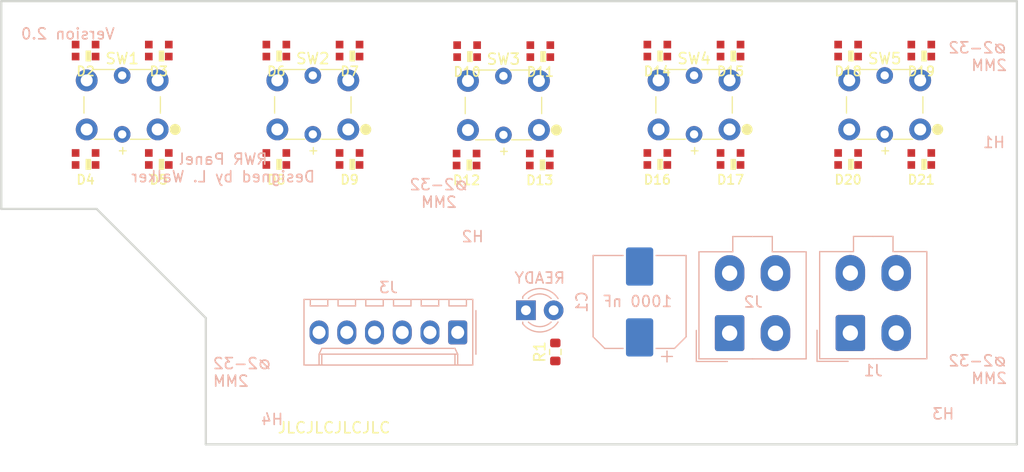
<source format=kicad_pcb>
(kicad_pcb (version 20171130) (host pcbnew "(5.1.10)-1")

  (general
    (thickness 1.6)
    (drawings 221)
    (tracks 0)
    (zones 0)
    (modules 35)
    (nets 30)
  )

  (page USLetter)
  (title_block
    (title "ABSIS NANO GENERAL I/O")
    (date 2017-12-26)
    (rev -)
    (company "F/A-18C SIMPIT")
    (comment 1 "JOHN STEENSEN")
  )

  (layers
    (0 F.Cu signal)
    (31 B.Cu signal)
    (32 B.Adhes user)
    (33 F.Adhes user)
    (34 B.Paste user)
    (35 F.Paste user)
    (36 B.SilkS user)
    (37 F.SilkS user)
    (38 B.Mask user hide)
    (39 F.Mask user hide)
    (40 Dwgs.User user)
    (41 Cmts.User user hide)
    (42 Eco1.User user hide)
    (43 Eco2.User user hide)
    (44 Edge.Cuts user)
    (45 Margin user hide)
    (46 B.CrtYd user)
    (47 F.CrtYd user)
    (48 B.Fab user)
    (49 F.Fab user)
  )

  (setup
    (last_trace_width 0.25)
    (user_trace_width 0.3048)
    (user_trace_width 0.6096)
    (user_trace_width 1.2192)
    (trace_clearance 0.2)
    (zone_clearance 0.508)
    (zone_45_only no)
    (trace_min 0.1524)
    (via_size 0.8)
    (via_drill 0.4)
    (via_min_size 0.4)
    (via_min_drill 0.31)
    (blind_buried_vias_allowed yes)
    (uvia_size 0.3)
    (uvia_drill 0.1)
    (uvias_allowed no)
    (uvia_min_size 0.2)
    (uvia_min_drill 0.1)
    (edge_width 0.1)
    (segment_width 0.1)
    (pcb_text_width 0.3)
    (pcb_text_size 1.5 1.5)
    (mod_edge_width 0.15)
    (mod_text_size 1 1)
    (mod_text_width 0.15)
    (pad_size 1.6 1.6)
    (pad_drill 0.8)
    (pad_to_mask_clearance 0)
    (solder_mask_min_width 0.25)
    (aux_axis_origin 100.86975 81.69275)
    (grid_origin 100.86975 81.69275)
    (visible_elements 7FFFF7FF)
    (pcbplotparams
      (layerselection 0x010fc_ffffffff)
      (usegerberextensions false)
      (usegerberattributes false)
      (usegerberadvancedattributes false)
      (creategerberjobfile false)
      (excludeedgelayer true)
      (linewidth 0.100000)
      (plotframeref false)
      (viasonmask false)
      (mode 1)
      (useauxorigin false)
      (hpglpennumber 1)
      (hpglpenspeed 20)
      (hpglpendiameter 15.000000)
      (psnegative false)
      (psa4output false)
      (plotreference true)
      (plotvalue true)
      (plotinvisibletext false)
      (padsonsilk false)
      (subtractmaskfromsilk false)
      (outputformat 1)
      (mirror false)
      (drillshape 0)
      (scaleselection 1)
      (outputdirectory "Manufacturing/"))
  )

  (net 0 "")
  (net 1 GND)
  (net 2 /LED+5V)
  (net 3 "Net-(D1-Pad2)")
  (net 4 "Net-(D2-Pad2)")
  (net 5 "Net-(D3-Pad2)")
  (net 6 "Net-(D4-Pad2)")
  (net 7 "Net-(D5-Pad2)")
  (net 8 "Net-(D6-Pad2)")
  (net 9 "Net-(D7-Pad2)")
  (net 10 "Net-(D8-Pad2)")
  (net 11 "Net-(D10-Pad4)")
  (net 12 "Net-(D10-Pad2)")
  (net 13 "Net-(D11-Pad2)")
  (net 14 "Net-(D12-Pad2)")
  (net 15 "Net-(D13-Pad2)")
  (net 16 "Net-(D14-Pad2)")
  (net 17 "Net-(D15-Pad2)")
  (net 18 "Net-(D16-Pad2)")
  (net 19 "Net-(D17-Pad2)")
  (net 20 "Net-(D18-Pad2)")
  (net 21 "Net-(D19-Pad2)")
  (net 22 "Net-(D20-Pad2)")
  (net 23 /LEDDATAOUT)
  (net 24 /LEDDATAIN)
  (net 25 /SPECIAL_SW)
  (net 26 /OFFSET_SW)
  (net 27 /BIT_SW)
  (net 28 /LIMIT_SW)
  (net 29 /POWER_SW)

  (net_class Default "This is the default net class."
    (clearance 0.2)
    (trace_width 0.25)
    (via_dia 0.8)
    (via_drill 0.4)
    (uvia_dia 0.3)
    (uvia_drill 0.1)
    (add_net /BIT_SW)
    (add_net /LED+5V)
    (add_net /LEDDATAIN)
    (add_net /LEDDATAOUT)
    (add_net /LIMIT_SW)
    (add_net /OFFSET_SW)
    (add_net /POWER_SW)
    (add_net /SPECIAL_SW)
    (add_net GND)
    (add_net "Net-(D1-Pad2)")
    (add_net "Net-(D10-Pad2)")
    (add_net "Net-(D10-Pad4)")
    (add_net "Net-(D11-Pad2)")
    (add_net "Net-(D12-Pad2)")
    (add_net "Net-(D13-Pad2)")
    (add_net "Net-(D14-Pad2)")
    (add_net "Net-(D15-Pad2)")
    (add_net "Net-(D16-Pad2)")
    (add_net "Net-(D17-Pad2)")
    (add_net "Net-(D18-Pad2)")
    (add_net "Net-(D19-Pad2)")
    (add_net "Net-(D2-Pad2)")
    (add_net "Net-(D20-Pad2)")
    (add_net "Net-(D3-Pad2)")
    (add_net "Net-(D4-Pad2)")
    (add_net "Net-(D5-Pad2)")
    (add_net "Net-(D6-Pad2)")
    (add_net "Net-(D7-Pad2)")
    (add_net "Net-(D8-Pad2)")
  )

  (net_class LED+5 ""
    (clearance 0.2)
    (trace_width 0.5)
    (via_dia 0.8)
    (via_drill 0.4)
    (uvia_dia 0.3)
    (uvia_drill 0.1)
  )

  (net_class LEDGND ""
    (clearance 0.2)
    (trace_width 0.35)
    (via_dia 0.8)
    (via_drill 0.4)
    (uvia_dia 0.3)
    (uvia_drill 0.1)
  )

  (module Connector_Molex:Molex_Mini-Fit_Jr_5566-04A_2x02_P4.20mm_Vertical (layer B.Cu) (tedit 613FF363) (tstamp 6140CB1D)
    (at 178.64455 112.12195)
    (descr "Molex Mini-Fit Jr. Power Connectors, old mpn/engineering number: 5566-04A, example for new mpn: 39-28-x04x, 2 Pins per row, Mounting:  (http://www.molex.com/pdm_docs/sd/039281043_sd.pdf), generated with kicad-footprint-generator")
    (tags "connector Molex Mini-Fit_Jr side entry")
    (path /61411F5C)
    (fp_text reference J1 (at 2.1 3.45) (layer B.SilkS)
      (effects (font (size 1 1) (thickness 0.15)) (justify mirror))
    )
    (fp_text value "BL IN" (at 2.1 -9.95) (layer B.Fab)
      (effects (font (size 1 1) (thickness 0.15)) (justify mirror))
    )
    (fp_text user %R (at 2.1 1.55) (layer B.Fab)
      (effects (font (size 1 1) (thickness 0.15)) (justify mirror))
    )
    (fp_line (start -2.7 2.25) (end -2.7 -7.35) (layer B.Fab) (width 0.1))
    (fp_line (start -2.7 -7.35) (end 6.9 -7.35) (layer B.Fab) (width 0.1))
    (fp_line (start 6.9 -7.35) (end 6.9 2.25) (layer B.Fab) (width 0.1))
    (fp_line (start 6.9 2.25) (end -2.7 2.25) (layer B.Fab) (width 0.1))
    (fp_line (start 0.4 -7.35) (end 0.4 -8.75) (layer B.Fab) (width 0.1))
    (fp_line (start 0.4 -8.75) (end 3.8 -8.75) (layer B.Fab) (width 0.1))
    (fp_line (start 3.8 -8.75) (end 3.8 -7.35) (layer B.Fab) (width 0.1))
    (fp_line (start -1.65 1) (end -1.65 -2.3) (layer B.Fab) (width 0.1))
    (fp_line (start -1.65 -2.3) (end 1.65 -2.3) (layer B.Fab) (width 0.1))
    (fp_line (start 1.65 -2.3) (end 1.65 1) (layer B.Fab) (width 0.1))
    (fp_line (start 1.65 1) (end -1.65 1) (layer B.Fab) (width 0.1))
    (fp_line (start -1.65 -6.5) (end -1.65 -4.025) (layer B.Fab) (width 0.1))
    (fp_line (start -1.65 -4.025) (end -0.825 -3.2) (layer B.Fab) (width 0.1))
    (fp_line (start -0.825 -3.2) (end 0.825 -3.2) (layer B.Fab) (width 0.1))
    (fp_line (start 0.825 -3.2) (end 1.65 -4.025) (layer B.Fab) (width 0.1))
    (fp_line (start 1.65 -4.025) (end 1.65 -6.5) (layer B.Fab) (width 0.1))
    (fp_line (start 1.65 -6.5) (end -1.65 -6.5) (layer B.Fab) (width 0.1))
    (fp_line (start 2.55 -3.2) (end 2.55 -6.5) (layer B.Fab) (width 0.1))
    (fp_line (start 2.55 -6.5) (end 5.85 -6.5) (layer B.Fab) (width 0.1))
    (fp_line (start 5.85 -6.5) (end 5.85 -3.2) (layer B.Fab) (width 0.1))
    (fp_line (start 5.85 -3.2) (end 2.55 -3.2) (layer B.Fab) (width 0.1))
    (fp_line (start 2.55 -2.3) (end 2.55 0.175) (layer B.Fab) (width 0.1))
    (fp_line (start 2.55 0.175) (end 3.375 1) (layer B.Fab) (width 0.1))
    (fp_line (start 3.375 1) (end 5.025 1) (layer B.Fab) (width 0.1))
    (fp_line (start 5.025 1) (end 5.85 0.175) (layer B.Fab) (width 0.1))
    (fp_line (start 5.85 0.175) (end 5.85 -2.3) (layer B.Fab) (width 0.1))
    (fp_line (start 5.85 -2.3) (end 2.55 -2.3) (layer B.Fab) (width 0.1))
    (fp_line (start 2.1 2.36) (end -2.81 2.36) (layer B.SilkS) (width 0.12))
    (fp_line (start -2.81 2.36) (end -2.81 -7.46) (layer B.SilkS) (width 0.12))
    (fp_line (start -2.81 -7.46) (end 0.29 -7.46) (layer B.SilkS) (width 0.12))
    (fp_line (start 0.29 -7.46) (end 0.29 -8.86) (layer B.SilkS) (width 0.12))
    (fp_line (start 0.29 -8.86) (end 2.1 -8.86) (layer B.SilkS) (width 0.12))
    (fp_line (start 2.1 2.36) (end 7.01 2.36) (layer B.SilkS) (width 0.12))
    (fp_line (start 7.01 2.36) (end 7.01 -7.46) (layer B.SilkS) (width 0.12))
    (fp_line (start 7.01 -7.46) (end 3.91 -7.46) (layer B.SilkS) (width 0.12))
    (fp_line (start 3.91 -7.46) (end 3.91 -8.86) (layer B.SilkS) (width 0.12))
    (fp_line (start 3.91 -8.86) (end 2.1 -8.86) (layer B.SilkS) (width 0.12))
    (fp_line (start -0.2 2.6) (end -3.05 2.6) (layer B.SilkS) (width 0.12))
    (fp_line (start -3.05 2.6) (end -3.05 -0.25) (layer B.SilkS) (width 0.12))
    (fp_line (start -0.2 2.6) (end -3.05 2.6) (layer B.Fab) (width 0.1))
    (fp_line (start -3.05 2.6) (end -3.05 -0.25) (layer B.Fab) (width 0.1))
    (fp_line (start -3.2 2.75) (end -3.2 -9.25) (layer B.CrtYd) (width 0.05))
    (fp_line (start -3.2 -9.25) (end 7.4 -9.25) (layer B.CrtYd) (width 0.05))
    (fp_line (start 7.4 -9.25) (end 7.4 2.75) (layer B.CrtYd) (width 0.05))
    (fp_line (start 7.4 2.75) (end -3.2 2.75) (layer B.CrtYd) (width 0.05))
    (pad 4 thru_hole oval (at 4.2 -5.5) (size 2.7 3.3) (drill 1.4) (layers *.Cu *.Mask)
      (net 24 /LEDDATAIN))
    (pad 3 thru_hole oval (at 0 -5.5) (size 2.7 3.3) (drill 1.4) (layers *.Cu *.Mask)
      (net 1 GND))
    (pad 2 thru_hole oval (at 4.2 0) (size 2.7 3.3) (drill 1.4) (layers *.Cu *.Mask)
      (net 2 /LED+5V))
    (pad 1 thru_hole roundrect (at 0 0) (size 2.7 3.3) (drill 1.4) (layers *.Cu *.Mask) (roundrect_rratio 0.09259299999999999)
      (net 2 /LED+5V))
    (model ${KISYS3DMOD}/Connector_Molex.3dshapes/Molex_Mini-Fit_Jr_5566-04A_2x02_P4.20mm_Vertical.wrl
      (at (xyz 0 0 0))
      (scale (xyz 1 1 1))
      (rotate (xyz 0 0 0))
    )
    (model C:/Users/luke/Documents/GitHub/OpenHornet/ECAD/lib/3D/39281043.stp
      (offset (xyz 2.1 -2.5 0))
      (scale (xyz 1 1 1))
      (rotate (xyz 90 180 0))
    )
  )

  (module Connector_Molex:Molex_Mini-Fit_Jr_5566-04A_2x02_P4.20mm_Vertical (layer B.Cu) (tedit 613FF31F) (tstamp 6140CB53)
    (at 167.58655 112.13555)
    (descr "Molex Mini-Fit Jr. Power Connectors, old mpn/engineering number: 5566-04A, example for new mpn: 39-28-x04x, 2 Pins per row, Mounting:  (http://www.molex.com/pdm_docs/sd/039281043_sd.pdf), generated with kicad-footprint-generator")
    (tags "connector Molex Mini-Fit_Jr side entry")
    (path /61412EB9)
    (fp_text reference J2 (at 2.168 -2.8584) (layer B.SilkS)
      (effects (font (size 1 1) (thickness 0.15)) (justify mirror))
    )
    (fp_text value "BL OUT" (at 2.1 -9.95) (layer B.Fab)
      (effects (font (size 1 1) (thickness 0.15)) (justify mirror))
    )
    (fp_line (start 7.4 2.75) (end -3.2 2.75) (layer B.CrtYd) (width 0.05))
    (fp_line (start 7.4 -9.25) (end 7.4 2.75) (layer B.CrtYd) (width 0.05))
    (fp_line (start -3.2 -9.25) (end 7.4 -9.25) (layer B.CrtYd) (width 0.05))
    (fp_line (start -3.2 2.75) (end -3.2 -9.25) (layer B.CrtYd) (width 0.05))
    (fp_line (start -3.05 2.6) (end -3.05 -0.25) (layer B.Fab) (width 0.1))
    (fp_line (start -0.2 2.6) (end -3.05 2.6) (layer B.Fab) (width 0.1))
    (fp_line (start -3.05 2.6) (end -3.05 -0.25) (layer B.SilkS) (width 0.12))
    (fp_line (start -0.2 2.6) (end -3.05 2.6) (layer B.SilkS) (width 0.12))
    (fp_line (start 3.91 -8.86) (end 2.1 -8.86) (layer B.SilkS) (width 0.12))
    (fp_line (start 3.91 -7.46) (end 3.91 -8.86) (layer B.SilkS) (width 0.12))
    (fp_line (start 7.01 -7.46) (end 3.91 -7.46) (layer B.SilkS) (width 0.12))
    (fp_line (start 7.01 2.36) (end 7.01 -7.46) (layer B.SilkS) (width 0.12))
    (fp_line (start 2.1 2.36) (end 7.01 2.36) (layer B.SilkS) (width 0.12))
    (fp_line (start 0.29 -8.86) (end 2.1 -8.86) (layer B.SilkS) (width 0.12))
    (fp_line (start 0.29 -7.46) (end 0.29 -8.86) (layer B.SilkS) (width 0.12))
    (fp_line (start -2.81 -7.46) (end 0.29 -7.46) (layer B.SilkS) (width 0.12))
    (fp_line (start -2.81 2.36) (end -2.81 -7.46) (layer B.SilkS) (width 0.12))
    (fp_line (start 2.1 2.36) (end -2.81 2.36) (layer B.SilkS) (width 0.12))
    (fp_line (start 5.85 -2.3) (end 2.55 -2.3) (layer B.Fab) (width 0.1))
    (fp_line (start 5.85 0.175) (end 5.85 -2.3) (layer B.Fab) (width 0.1))
    (fp_line (start 5.025 1) (end 5.85 0.175) (layer B.Fab) (width 0.1))
    (fp_line (start 3.375 1) (end 5.025 1) (layer B.Fab) (width 0.1))
    (fp_line (start 2.55 0.175) (end 3.375 1) (layer B.Fab) (width 0.1))
    (fp_line (start 2.55 -2.3) (end 2.55 0.175) (layer B.Fab) (width 0.1))
    (fp_line (start 5.85 -3.2) (end 2.55 -3.2) (layer B.Fab) (width 0.1))
    (fp_line (start 5.85 -6.5) (end 5.85 -3.2) (layer B.Fab) (width 0.1))
    (fp_line (start 2.55 -6.5) (end 5.85 -6.5) (layer B.Fab) (width 0.1))
    (fp_line (start 2.55 -3.2) (end 2.55 -6.5) (layer B.Fab) (width 0.1))
    (fp_line (start 1.65 -6.5) (end -1.65 -6.5) (layer B.Fab) (width 0.1))
    (fp_line (start 1.65 -4.025) (end 1.65 -6.5) (layer B.Fab) (width 0.1))
    (fp_line (start 0.825 -3.2) (end 1.65 -4.025) (layer B.Fab) (width 0.1))
    (fp_line (start -0.825 -3.2) (end 0.825 -3.2) (layer B.Fab) (width 0.1))
    (fp_line (start -1.65 -4.025) (end -0.825 -3.2) (layer B.Fab) (width 0.1))
    (fp_line (start -1.65 -6.5) (end -1.65 -4.025) (layer B.Fab) (width 0.1))
    (fp_line (start 1.65 1) (end -1.65 1) (layer B.Fab) (width 0.1))
    (fp_line (start 1.65 -2.3) (end 1.65 1) (layer B.Fab) (width 0.1))
    (fp_line (start -1.65 -2.3) (end 1.65 -2.3) (layer B.Fab) (width 0.1))
    (fp_line (start -1.65 1) (end -1.65 -2.3) (layer B.Fab) (width 0.1))
    (fp_line (start 3.8 -8.75) (end 3.8 -7.35) (layer B.Fab) (width 0.1))
    (fp_line (start 0.4 -8.75) (end 3.8 -8.75) (layer B.Fab) (width 0.1))
    (fp_line (start 0.4 -7.35) (end 0.4 -8.75) (layer B.Fab) (width 0.1))
    (fp_line (start 6.9 2.25) (end -2.7 2.25) (layer B.Fab) (width 0.1))
    (fp_line (start 6.9 -7.35) (end 6.9 2.25) (layer B.Fab) (width 0.1))
    (fp_line (start -2.7 -7.35) (end 6.9 -7.35) (layer B.Fab) (width 0.1))
    (fp_line (start -2.7 2.25) (end -2.7 -7.35) (layer B.Fab) (width 0.1))
    (fp_text user %R (at 2.1 1.55) (layer B.Fab)
      (effects (font (size 1 1) (thickness 0.15)) (justify mirror))
    )
    (pad 4 thru_hole oval (at 4.2 -5.5) (size 2.7 3.3) (drill 1.4) (layers *.Cu *.Mask)
      (net 23 /LEDDATAOUT))
    (pad 3 thru_hole oval (at 0 -5.5) (size 2.7 3.3) (drill 1.4) (layers *.Cu *.Mask)
      (net 1 GND))
    (pad 2 thru_hole oval (at 4.2 0) (size 2.7 3.3) (drill 1.4) (layers *.Cu *.Mask)
      (net 2 /LED+5V))
    (pad 1 thru_hole roundrect (at 0 0) (size 2.7 3.3) (drill 1.4) (layers *.Cu *.Mask) (roundrect_rratio 0.09259299999999999)
      (net 2 /LED+5V))
    (model ${KISYS3DMOD}/Connector_Molex.3dshapes/Molex_Mini-Fit_Jr_5566-04A_2x02_P4.20mm_Vertical.wrl
      (at (xyz 0 0 0))
      (scale (xyz 1 1 1))
      (rotate (xyz 0 0 0))
    )
    (model C:/Users/luke/Documents/GitHub/OpenHornet/ECAD/lib/3D/39281043.stp
      (offset (xyz 2.1 -2.5 0))
      (scale (xyz 1 1 1))
      (rotate (xyz 90 180 0))
    )
  )

  (module Connector_Molex:Molex_KK-254_AE-6410-06A_1x06_P2.54mm_Vertical (layer B.Cu) (tedit 5EA53D3B) (tstamp 6140CB87)
    (at 142.67815 112.07115 180)
    (descr "Molex KK-254 Interconnect System, old/engineering part number: AE-6410-06A example for new part number: 22-27-2061, 6 Pins (http://www.molex.com/pdm_docs/sd/022272021_sd.pdf), generated with kicad-footprint-generator")
    (tags "connector Molex KK-254 vertical")
    (path /6141BA61)
    (fp_text reference J3 (at 6.35 4.12) (layer B.SilkS)
      (effects (font (size 1 1) (thickness 0.15)) (justify mirror))
    )
    (fp_text value "SWITCH BUTTONS" (at 6.35 -4.08) (layer B.Fab)
      (effects (font (size 1 1) (thickness 0.15)) (justify mirror))
    )
    (fp_line (start 14.47 3.42) (end -1.77 3.42) (layer B.CrtYd) (width 0.05))
    (fp_line (start 14.47 -3.38) (end 14.47 3.42) (layer B.CrtYd) (width 0.05))
    (fp_line (start -1.77 -3.38) (end 14.47 -3.38) (layer B.CrtYd) (width 0.05))
    (fp_line (start -1.77 3.42) (end -1.77 -3.38) (layer B.CrtYd) (width 0.05))
    (fp_line (start 13.5 2.43) (end 13.5 3.03) (layer B.SilkS) (width 0.12))
    (fp_line (start 11.9 2.43) (end 13.5 2.43) (layer B.SilkS) (width 0.12))
    (fp_line (start 11.9 3.03) (end 11.9 2.43) (layer B.SilkS) (width 0.12))
    (fp_line (start 10.96 2.43) (end 10.96 3.03) (layer B.SilkS) (width 0.12))
    (fp_line (start 9.36 2.43) (end 10.96 2.43) (layer B.SilkS) (width 0.12))
    (fp_line (start 9.36 3.03) (end 9.36 2.43) (layer B.SilkS) (width 0.12))
    (fp_line (start 8.42 2.43) (end 8.42 3.03) (layer B.SilkS) (width 0.12))
    (fp_line (start 6.82 2.43) (end 8.42 2.43) (layer B.SilkS) (width 0.12))
    (fp_line (start 6.82 3.03) (end 6.82 2.43) (layer B.SilkS) (width 0.12))
    (fp_line (start 5.88 2.43) (end 5.88 3.03) (layer B.SilkS) (width 0.12))
    (fp_line (start 4.28 2.43) (end 5.88 2.43) (layer B.SilkS) (width 0.12))
    (fp_line (start 4.28 3.03) (end 4.28 2.43) (layer B.SilkS) (width 0.12))
    (fp_line (start 3.34 2.43) (end 3.34 3.03) (layer B.SilkS) (width 0.12))
    (fp_line (start 1.74 2.43) (end 3.34 2.43) (layer B.SilkS) (width 0.12))
    (fp_line (start 1.74 3.03) (end 1.74 2.43) (layer B.SilkS) (width 0.12))
    (fp_line (start 0.8 2.43) (end 0.8 3.03) (layer B.SilkS) (width 0.12))
    (fp_line (start -0.8 2.43) (end 0.8 2.43) (layer B.SilkS) (width 0.12))
    (fp_line (start -0.8 3.03) (end -0.8 2.43) (layer B.SilkS) (width 0.12))
    (fp_line (start 12.45 -2.99) (end 12.45 -1.99) (layer B.SilkS) (width 0.12))
    (fp_line (start 0.25 -2.99) (end 0.25 -1.99) (layer B.SilkS) (width 0.12))
    (fp_line (start 12.45 -1.46) (end 12.7 -1.99) (layer B.SilkS) (width 0.12))
    (fp_line (start 0.25 -1.46) (end 12.45 -1.46) (layer B.SilkS) (width 0.12))
    (fp_line (start 0 -1.99) (end 0.25 -1.46) (layer B.SilkS) (width 0.12))
    (fp_line (start 12.7 -1.99) (end 12.7 -2.99) (layer B.SilkS) (width 0.12))
    (fp_line (start 0 -1.99) (end 12.7 -1.99) (layer B.SilkS) (width 0.12))
    (fp_line (start 0 -2.99) (end 0 -1.99) (layer B.SilkS) (width 0.12))
    (fp_line (start -0.562893 0) (end -1.27 -0.5) (layer B.Fab) (width 0.1))
    (fp_line (start -1.27 0.5) (end -0.562893 0) (layer B.Fab) (width 0.1))
    (fp_line (start -1.67 2) (end -1.67 -2) (layer B.SilkS) (width 0.12))
    (fp_line (start 14.08 3.03) (end -1.38 3.03) (layer B.SilkS) (width 0.12))
    (fp_line (start 14.08 -2.99) (end 14.08 3.03) (layer B.SilkS) (width 0.12))
    (fp_line (start -1.38 -2.99) (end 14.08 -2.99) (layer B.SilkS) (width 0.12))
    (fp_line (start -1.38 3.03) (end -1.38 -2.99) (layer B.SilkS) (width 0.12))
    (fp_line (start 13.97 2.92) (end -1.27 2.92) (layer B.Fab) (width 0.1))
    (fp_line (start 13.97 -2.88) (end 13.97 2.92) (layer B.Fab) (width 0.1))
    (fp_line (start -1.27 -2.88) (end 13.97 -2.88) (layer B.Fab) (width 0.1))
    (fp_line (start -1.27 2.92) (end -1.27 -2.88) (layer B.Fab) (width 0.1))
    (fp_text user %R (at 6.35 2.22) (layer B.Fab)
      (effects (font (size 1 1) (thickness 0.15)) (justify mirror))
    )
    (pad 6 thru_hole oval (at 12.7 0 180) (size 1.74 2.19) (drill 1.19) (layers *.Cu *.Mask)
      (net 1 GND))
    (pad 5 thru_hole oval (at 10.16 0 180) (size 1.74 2.19) (drill 1.19) (layers *.Cu *.Mask)
      (net 29 /POWER_SW))
    (pad 4 thru_hole oval (at 7.62 0 180) (size 1.74 2.19) (drill 1.19) (layers *.Cu *.Mask)
      (net 28 /LIMIT_SW))
    (pad 3 thru_hole oval (at 5.08 0 180) (size 1.74 2.19) (drill 1.19) (layers *.Cu *.Mask)
      (net 25 /SPECIAL_SW))
    (pad 2 thru_hole oval (at 2.54 0 180) (size 1.74 2.19) (drill 1.19) (layers *.Cu *.Mask)
      (net 26 /OFFSET_SW))
    (pad 1 thru_hole roundrect (at 0 0 180) (size 1.74 2.19) (drill 1.19) (layers *.Cu *.Mask) (roundrect_rratio 0.143678)
      (net 27 /BIT_SW))
    (model ${KISYS3DMOD}/Connector_Molex.3dshapes/Molex_KK-254_AE-6410-06A_1x06_P2.54mm_Vertical.wrl
      (at (xyz 0 0 0))
      (scale (xyz 1 1 1))
      (rotate (xyz 0 0 0))
    )
  )

  (module OH_KiCAD_Libraries:WS2812-2020 (layer F.Cu) (tedit 613D6F28) (tstamp 6140C9F7)
    (at 150.24675 86.27355)
    (path /61448705)
    (fp_text reference D11 (at 0 1.905) (layer F.SilkS)
      (effects (font (size 0.85 0.85) (thickness 0.15)))
    )
    (fp_text value LED (at 0 -1.905) (layer F.Fab) hide
      (effects (font (size 1 1) (thickness 0.15)))
    )
    (fp_line (start 1.4 -1.1) (end 1.4 1.1) (layer F.CrtYd) (width 0.03))
    (fp_line (start -1.4 1.1) (end -1.4 -1.1) (layer F.CrtYd) (width 0.03))
    (fp_line (start -1.4 -1.1) (end 1.4 -1.1) (layer F.CrtYd) (width 0.03))
    (fp_line (start 1.4 1.1) (end -1.4 1.1) (layer F.CrtYd) (width 0.03))
    (fp_poly (pts (xy 0 0) (xy 0.5 0) (xy 0.5 1) (xy 0 1)) (layer F.SilkS) (width 0))
    (pad 4 smd rect (at -0.915 0.55) (size 0.7 0.7) (layers F.Cu F.Paste F.Mask)
      (net 12 "Net-(D10-Pad2)"))
    (pad 3 smd rect (at -0.915 -0.55) (size 0.7 0.7) (layers F.Cu F.Paste F.Mask)
      (net 1 GND))
    (pad 2 smd rect (at 0.915 -0.55) (size 0.7 0.7) (layers F.Cu F.Paste F.Mask)
      (net 13 "Net-(D11-Pad2)"))
    (pad 1 smd rect (at 0.915 0.55) (size 0.7 0.7) (layers F.Cu F.Paste F.Mask)
      (net 2 /LED+5V))
    (model ../../../../lib/3D/WS2812-2020.step
      (at (xyz 0 0 0))
      (scale (xyz 1 1 1))
      (rotate (xyz 0 0 0))
    )
  )

  (module OH_KiCAD_Libraries:WS2812-2020 (layer F.Cu) (tedit 613D6F28) (tstamp 6140C9EA)
    (at 143.54115 86.27355)
    (path /614486FF)
    (fp_text reference D10 (at 0 1.905) (layer F.SilkS)
      (effects (font (size 0.85 0.85) (thickness 0.15)))
    )
    (fp_text value LED (at 0 -1.905) (layer F.Fab) hide
      (effects (font (size 1 1) (thickness 0.15)))
    )
    (fp_line (start 1.4 -1.1) (end 1.4 1.1) (layer F.CrtYd) (width 0.03))
    (fp_line (start -1.4 1.1) (end -1.4 -1.1) (layer F.CrtYd) (width 0.03))
    (fp_line (start -1.4 -1.1) (end 1.4 -1.1) (layer F.CrtYd) (width 0.03))
    (fp_line (start 1.4 1.1) (end -1.4 1.1) (layer F.CrtYd) (width 0.03))
    (fp_poly (pts (xy 0 0) (xy 0.5 0) (xy 0.5 1) (xy 0 1)) (layer F.SilkS) (width 0))
    (pad 4 smd rect (at -0.915 0.55) (size 0.7 0.7) (layers F.Cu F.Paste F.Mask)
      (net 11 "Net-(D10-Pad4)"))
    (pad 3 smd rect (at -0.915 -0.55) (size 0.7 0.7) (layers F.Cu F.Paste F.Mask)
      (net 1 GND))
    (pad 2 smd rect (at 0.915 -0.55) (size 0.7 0.7) (layers F.Cu F.Paste F.Mask)
      (net 12 "Net-(D10-Pad2)"))
    (pad 1 smd rect (at 0.915 0.55) (size 0.7 0.7) (layers F.Cu F.Paste F.Mask)
      (net 2 /LED+5V))
    (model ../../../../lib/3D/WS2812-2020.step
      (at (xyz 0 0 0))
      (scale (xyz 1 1 1))
      (rotate (xyz 0 0 0))
    )
  )

  (module OH_KiCAD_Libraries:WS2812-2020 (layer F.Cu) (tedit 613D6F28) (tstamp 6140C9DD)
    (at 132.77155 96.16195)
    (path /614421D6)
    (fp_text reference D9 (at 0 1.905) (layer F.SilkS)
      (effects (font (size 0.85 0.85) (thickness 0.15)))
    )
    (fp_text value LED (at 0 -1.905) (layer F.Fab) hide
      (effects (font (size 1 1) (thickness 0.15)))
    )
    (fp_line (start 1.4 -1.1) (end 1.4 1.1) (layer F.CrtYd) (width 0.03))
    (fp_line (start -1.4 1.1) (end -1.4 -1.1) (layer F.CrtYd) (width 0.03))
    (fp_line (start -1.4 -1.1) (end 1.4 -1.1) (layer F.CrtYd) (width 0.03))
    (fp_line (start 1.4 1.1) (end -1.4 1.1) (layer F.CrtYd) (width 0.03))
    (fp_poly (pts (xy 0 0) (xy 0.5 0) (xy 0.5 1) (xy 0 1)) (layer F.SilkS) (width 0))
    (pad 4 smd rect (at -0.915 0.55) (size 0.7 0.7) (layers F.Cu F.Paste F.Mask)
      (net 10 "Net-(D8-Pad2)"))
    (pad 3 smd rect (at -0.915 -0.55) (size 0.7 0.7) (layers F.Cu F.Paste F.Mask)
      (net 1 GND))
    (pad 2 smd rect (at 0.915 -0.55) (size 0.7 0.7) (layers F.Cu F.Paste F.Mask)
      (net 11 "Net-(D10-Pad4)"))
    (pad 1 smd rect (at 0.915 0.55) (size 0.7 0.7) (layers F.Cu F.Paste F.Mask)
      (net 2 /LED+5V))
    (model ../../../../lib/3D/WS2812-2020.step
      (at (xyz 0 0 0))
      (scale (xyz 1 1 1))
      (rotate (xyz 0 0 0))
    )
  )

  (module OH_KiCAD_Libraries:WS2812-2020 (layer F.Cu) (tedit 613D6F28) (tstamp 6140C9D0)
    (at 126.06595 96.16195)
    (path /614421D0)
    (fp_text reference D8 (at 0 1.905) (layer F.SilkS)
      (effects (font (size 0.85 0.85) (thickness 0.15)))
    )
    (fp_text value LED (at 0 -1.905) (layer F.Fab) hide
      (effects (font (size 1 1) (thickness 0.15)))
    )
    (fp_line (start 1.4 -1.1) (end 1.4 1.1) (layer F.CrtYd) (width 0.03))
    (fp_line (start -1.4 1.1) (end -1.4 -1.1) (layer F.CrtYd) (width 0.03))
    (fp_line (start -1.4 -1.1) (end 1.4 -1.1) (layer F.CrtYd) (width 0.03))
    (fp_line (start 1.4 1.1) (end -1.4 1.1) (layer F.CrtYd) (width 0.03))
    (fp_poly (pts (xy 0 0) (xy 0.5 0) (xy 0.5 1) (xy 0 1)) (layer F.SilkS) (width 0))
    (pad 4 smd rect (at -0.915 0.55) (size 0.7 0.7) (layers F.Cu F.Paste F.Mask)
      (net 9 "Net-(D7-Pad2)"))
    (pad 3 smd rect (at -0.915 -0.55) (size 0.7 0.7) (layers F.Cu F.Paste F.Mask)
      (net 1 GND))
    (pad 2 smd rect (at 0.915 -0.55) (size 0.7 0.7) (layers F.Cu F.Paste F.Mask)
      (net 10 "Net-(D8-Pad2)"))
    (pad 1 smd rect (at 0.915 0.55) (size 0.7 0.7) (layers F.Cu F.Paste F.Mask)
      (net 2 /LED+5V))
    (model ../../../../lib/3D/WS2812-2020.step
      (at (xyz 0 0 0))
      (scale (xyz 1 1 1))
      (rotate (xyz 0 0 0))
    )
  )

  (module OH_KiCAD_Libraries:WS2812-2020 (layer F.Cu) (tedit 613D6F28) (tstamp 6140C9C3)
    (at 132.77215 86.22275)
    (path /614421CA)
    (fp_text reference D7 (at 0 1.905) (layer F.SilkS)
      (effects (font (size 0.85 0.85) (thickness 0.15)))
    )
    (fp_text value LED (at 0 -1.905) (layer F.Fab) hide
      (effects (font (size 1 1) (thickness 0.15)))
    )
    (fp_line (start 1.4 -1.1) (end 1.4 1.1) (layer F.CrtYd) (width 0.03))
    (fp_line (start -1.4 1.1) (end -1.4 -1.1) (layer F.CrtYd) (width 0.03))
    (fp_line (start -1.4 -1.1) (end 1.4 -1.1) (layer F.CrtYd) (width 0.03))
    (fp_line (start 1.4 1.1) (end -1.4 1.1) (layer F.CrtYd) (width 0.03))
    (fp_poly (pts (xy 0 0) (xy 0.5 0) (xy 0.5 1) (xy 0 1)) (layer F.SilkS) (width 0))
    (pad 4 smd rect (at -0.915 0.55) (size 0.7 0.7) (layers F.Cu F.Paste F.Mask)
      (net 8 "Net-(D6-Pad2)"))
    (pad 3 smd rect (at -0.915 -0.55) (size 0.7 0.7) (layers F.Cu F.Paste F.Mask)
      (net 1 GND))
    (pad 2 smd rect (at 0.915 -0.55) (size 0.7 0.7) (layers F.Cu F.Paste F.Mask)
      (net 9 "Net-(D7-Pad2)"))
    (pad 1 smd rect (at 0.915 0.55) (size 0.7 0.7) (layers F.Cu F.Paste F.Mask)
      (net 2 /LED+5V))
    (model ../../../../lib/3D/WS2812-2020.step
      (at (xyz 0 0 0))
      (scale (xyz 1 1 1))
      (rotate (xyz 0 0 0))
    )
  )

  (module OH_KiCAD_Libraries:WS2812-2020 (layer F.Cu) (tedit 613D6F28) (tstamp 6140C9B6)
    (at 126.06655 86.22275)
    (path /614421C4)
    (fp_text reference D6 (at 0 1.905) (layer F.SilkS)
      (effects (font (size 0.85 0.85) (thickness 0.15)))
    )
    (fp_text value LED (at 0 -1.905) (layer F.Fab) hide
      (effects (font (size 1 1) (thickness 0.15)))
    )
    (fp_line (start 1.4 -1.1) (end 1.4 1.1) (layer F.CrtYd) (width 0.03))
    (fp_line (start -1.4 1.1) (end -1.4 -1.1) (layer F.CrtYd) (width 0.03))
    (fp_line (start -1.4 -1.1) (end 1.4 -1.1) (layer F.CrtYd) (width 0.03))
    (fp_line (start 1.4 1.1) (end -1.4 1.1) (layer F.CrtYd) (width 0.03))
    (fp_poly (pts (xy 0 0) (xy 0.5 0) (xy 0.5 1) (xy 0 1)) (layer F.SilkS) (width 0))
    (pad 4 smd rect (at -0.915 0.55) (size 0.7 0.7) (layers F.Cu F.Paste F.Mask)
      (net 7 "Net-(D5-Pad2)"))
    (pad 3 smd rect (at -0.915 -0.55) (size 0.7 0.7) (layers F.Cu F.Paste F.Mask)
      (net 1 GND))
    (pad 2 smd rect (at 0.915 -0.55) (size 0.7 0.7) (layers F.Cu F.Paste F.Mask)
      (net 8 "Net-(D6-Pad2)"))
    (pad 1 smd rect (at 0.915 0.55) (size 0.7 0.7) (layers F.Cu F.Paste F.Mask)
      (net 2 /LED+5V))
    (model ../../../../lib/3D/WS2812-2020.step
      (at (xyz 0 0 0))
      (scale (xyz 1 1 1))
      (rotate (xyz 0 0 0))
    )
  )

  (module OH_KiCAD_Libraries:WS2812-2020 (layer F.Cu) (tedit 613D6F28) (tstamp 6140C9A9)
    (at 115.29695 96.16195)
    (path /61434608)
    (fp_text reference D5 (at 0 1.905) (layer F.SilkS)
      (effects (font (size 0.85 0.85) (thickness 0.15)))
    )
    (fp_text value LED (at 0 -1.905) (layer F.Fab) hide
      (effects (font (size 1 1) (thickness 0.15)))
    )
    (fp_line (start 1.4 -1.1) (end 1.4 1.1) (layer F.CrtYd) (width 0.03))
    (fp_line (start -1.4 1.1) (end -1.4 -1.1) (layer F.CrtYd) (width 0.03))
    (fp_line (start -1.4 -1.1) (end 1.4 -1.1) (layer F.CrtYd) (width 0.03))
    (fp_line (start 1.4 1.1) (end -1.4 1.1) (layer F.CrtYd) (width 0.03))
    (fp_poly (pts (xy 0 0) (xy 0.5 0) (xy 0.5 1) (xy 0 1)) (layer F.SilkS) (width 0))
    (pad 4 smd rect (at -0.915 0.55) (size 0.7 0.7) (layers F.Cu F.Paste F.Mask)
      (net 6 "Net-(D4-Pad2)"))
    (pad 3 smd rect (at -0.915 -0.55) (size 0.7 0.7) (layers F.Cu F.Paste F.Mask)
      (net 1 GND))
    (pad 2 smd rect (at 0.915 -0.55) (size 0.7 0.7) (layers F.Cu F.Paste F.Mask)
      (net 7 "Net-(D5-Pad2)"))
    (pad 1 smd rect (at 0.915 0.55) (size 0.7 0.7) (layers F.Cu F.Paste F.Mask)
      (net 2 /LED+5V))
    (model ../../../../lib/3D/WS2812-2020.step
      (at (xyz 0 0 0))
      (scale (xyz 1 1 1))
      (rotate (xyz 0 0 0))
    )
  )

  (module OH_KiCAD_Libraries:WS2812-2020 (layer F.Cu) (tedit 613D6F28) (tstamp 6140C99C)
    (at 108.59075 96.16195)
    (path /61433EF0)
    (fp_text reference D4 (at 0 1.905) (layer F.SilkS)
      (effects (font (size 0.85 0.85) (thickness 0.15)))
    )
    (fp_text value LED (at 0 -1.905) (layer F.Fab) hide
      (effects (font (size 1 1) (thickness 0.15)))
    )
    (fp_line (start 1.4 -1.1) (end 1.4 1.1) (layer F.CrtYd) (width 0.03))
    (fp_line (start -1.4 1.1) (end -1.4 -1.1) (layer F.CrtYd) (width 0.03))
    (fp_line (start -1.4 -1.1) (end 1.4 -1.1) (layer F.CrtYd) (width 0.03))
    (fp_line (start 1.4 1.1) (end -1.4 1.1) (layer F.CrtYd) (width 0.03))
    (fp_poly (pts (xy 0 0) (xy 0.5 0) (xy 0.5 1) (xy 0 1)) (layer F.SilkS) (width 0))
    (pad 4 smd rect (at -0.915 0.55) (size 0.7 0.7) (layers F.Cu F.Paste F.Mask)
      (net 5 "Net-(D3-Pad2)"))
    (pad 3 smd rect (at -0.915 -0.55) (size 0.7 0.7) (layers F.Cu F.Paste F.Mask)
      (net 1 GND))
    (pad 2 smd rect (at 0.915 -0.55) (size 0.7 0.7) (layers F.Cu F.Paste F.Mask)
      (net 6 "Net-(D4-Pad2)"))
    (pad 1 smd rect (at 0.915 0.55) (size 0.7 0.7) (layers F.Cu F.Paste F.Mask)
      (net 2 /LED+5V))
    (model ../../../../lib/3D/WS2812-2020.step
      (at (xyz 0 0 0))
      (scale (xyz 1 1 1))
      (rotate (xyz 0 0 0))
    )
  )

  (module OH_KiCAD_Libraries:WS2812-2020 (layer F.Cu) (tedit 613D6F28) (tstamp 6140C98F)
    (at 115.29635 86.22275)
    (path /61433A3A)
    (fp_text reference D3 (at 0 1.905) (layer F.SilkS)
      (effects (font (size 0.85 0.85) (thickness 0.15)))
    )
    (fp_text value LED (at 0 -1.905) (layer F.Fab) hide
      (effects (font (size 1 1) (thickness 0.15)))
    )
    (fp_line (start 1.4 -1.1) (end 1.4 1.1) (layer F.CrtYd) (width 0.03))
    (fp_line (start -1.4 1.1) (end -1.4 -1.1) (layer F.CrtYd) (width 0.03))
    (fp_line (start -1.4 -1.1) (end 1.4 -1.1) (layer F.CrtYd) (width 0.03))
    (fp_line (start 1.4 1.1) (end -1.4 1.1) (layer F.CrtYd) (width 0.03))
    (fp_poly (pts (xy 0 0) (xy 0.5 0) (xy 0.5 1) (xy 0 1)) (layer F.SilkS) (width 0))
    (pad 4 smd rect (at -0.915 0.55) (size 0.7 0.7) (layers F.Cu F.Paste F.Mask)
      (net 4 "Net-(D2-Pad2)"))
    (pad 3 smd rect (at -0.915 -0.55) (size 0.7 0.7) (layers F.Cu F.Paste F.Mask)
      (net 1 GND))
    (pad 2 smd rect (at 0.915 -0.55) (size 0.7 0.7) (layers F.Cu F.Paste F.Mask)
      (net 5 "Net-(D3-Pad2)"))
    (pad 1 smd rect (at 0.915 0.55) (size 0.7 0.7) (layers F.Cu F.Paste F.Mask)
      (net 2 /LED+5V))
    (model ../../../../lib/3D/WS2812-2020.step
      (at (xyz 0 0 0))
      (scale (xyz 1 1 1))
      (rotate (xyz 0 0 0))
    )
  )

  (module OH_KiCAD_Libraries:WS2812-2020 (layer F.Cu) (tedit 613D6F28) (tstamp 6140C982)
    (at 108.59075 86.22275)
    (path /614318F9)
    (fp_text reference D2 (at 0 1.905) (layer F.SilkS)
      (effects (font (size 0.85 0.85) (thickness 0.15)))
    )
    (fp_text value LED (at 0 -1.905) (layer F.Fab) hide
      (effects (font (size 1 1) (thickness 0.15)))
    )
    (fp_line (start 1.4 -1.1) (end 1.4 1.1) (layer F.CrtYd) (width 0.03))
    (fp_line (start -1.4 1.1) (end -1.4 -1.1) (layer F.CrtYd) (width 0.03))
    (fp_line (start -1.4 -1.1) (end 1.4 -1.1) (layer F.CrtYd) (width 0.03))
    (fp_line (start 1.4 1.1) (end -1.4 1.1) (layer F.CrtYd) (width 0.03))
    (fp_poly (pts (xy 0 0) (xy 0.5 0) (xy 0.5 1) (xy 0 1)) (layer F.SilkS) (width 0))
    (pad 4 smd rect (at -0.915 0.55) (size 0.7 0.7) (layers F.Cu F.Paste F.Mask)
      (net 24 /LEDDATAIN))
    (pad 3 smd rect (at -0.915 -0.55) (size 0.7 0.7) (layers F.Cu F.Paste F.Mask)
      (net 1 GND))
    (pad 2 smd rect (at 0.915 -0.55) (size 0.7 0.7) (layers F.Cu F.Paste F.Mask)
      (net 4 "Net-(D2-Pad2)"))
    (pad 1 smd rect (at 0.915 0.55) (size 0.7 0.7) (layers F.Cu F.Paste F.Mask)
      (net 2 /LED+5V))
    (model ../../../../lib/3D/WS2812-2020.step
      (at (xyz 0 0 0))
      (scale (xyz 1 1 1))
      (rotate (xyz 0 0 0))
    )
  )

  (module LED_THT:LED_D3.0mm (layer B.Cu) (tedit 587A3A7B) (tstamp 6140C975)
    (at 148.92655 110.03915)
    (descr "LED, diameter 3.0mm, 2 pins")
    (tags "LED diameter 3.0mm 2 pins")
    (path /61461D29)
    (fp_text reference D1 (at 1.27 2.96) (layer B.SilkS) hide
      (effects (font (size 1 1) (thickness 0.15)) (justify mirror))
    )
    (fp_text value READY (at 1.27 -2.96) (layer B.SilkS)
      (effects (font (size 1 1) (thickness 0.15)) (justify mirror))
    )
    (fp_line (start 3.7 2.25) (end -1.15 2.25) (layer B.CrtYd) (width 0.05))
    (fp_line (start 3.7 -2.25) (end 3.7 2.25) (layer B.CrtYd) (width 0.05))
    (fp_line (start -1.15 -2.25) (end 3.7 -2.25) (layer B.CrtYd) (width 0.05))
    (fp_line (start -1.15 2.25) (end -1.15 -2.25) (layer B.CrtYd) (width 0.05))
    (fp_line (start -0.29 -1.08) (end -0.29 -1.236) (layer B.SilkS) (width 0.12))
    (fp_line (start -0.29 1.236) (end -0.29 1.08) (layer B.SilkS) (width 0.12))
    (fp_line (start -0.23 1.16619) (end -0.23 -1.16619) (layer B.Fab) (width 0.1))
    (fp_circle (center 1.27 0) (end 2.77 0) (layer B.Fab) (width 0.1))
    (fp_arc (start 1.27 0) (end 0.229039 -1.08) (angle 87.9) (layer B.SilkS) (width 0.12))
    (fp_arc (start 1.27 0) (end 0.229039 1.08) (angle -87.9) (layer B.SilkS) (width 0.12))
    (fp_arc (start 1.27 0) (end -0.29 -1.235516) (angle 108.8) (layer B.SilkS) (width 0.12))
    (fp_arc (start 1.27 0) (end -0.29 1.235516) (angle -108.8) (layer B.SilkS) (width 0.12))
    (fp_arc (start 1.27 0) (end -0.23 1.16619) (angle -284.3) (layer B.Fab) (width 0.1))
    (pad 2 thru_hole circle (at 2.54 0) (size 1.8 1.8) (drill 0.9) (layers *.Cu *.Mask)
      (net 3 "Net-(D1-Pad2)"))
    (pad 1 thru_hole rect (at 0 0) (size 1.8 1.8) (drill 0.9) (layers *.Cu *.Mask)
      (net 2 /LED+5V))
    (model ${KISYS3DMOD}/LED_THT.3dshapes/LED_D3.0mm.wrl
      (at (xyz 0 0 0))
      (scale (xyz 1 1 1))
      (rotate (xyz 0 0 0))
    )
  )

  (module OH_KiCAD_Libraries:TL1240GQ (layer F.Cu) (tedit 60186E8B) (tstamp 6140A7D0)
    (at 178.54295 88.95715)
    (descr https://www.omron.com/ecb/products/pdf/en-b3f.pdf)
    (tags "tact sw push 6mm")
    (path /61403E4C)
    (fp_text reference SW5 (at 3.25 -2) (layer F.SilkS)
      (effects (font (size 1 1) (thickness 0.15)))
    )
    (fp_text value POWER (at 3.2 7.7) (layer F.Fab)
      (effects (font (size 1 1) (thickness 0.15)))
    )
    (fp_line (start 3.25 -0.75) (end 6.25 -0.75) (layer F.Fab) (width 0.1))
    (fp_line (start 6.25 -0.75) (end 6.25 5.25) (layer F.Fab) (width 0.1))
    (fp_line (start 6.25 5.25) (end 0.25 5.25) (layer F.Fab) (width 0.1))
    (fp_line (start 0.25 5.25) (end 0.25 -0.75) (layer F.Fab) (width 0.1))
    (fp_line (start 0.25 -0.75) (end 3.25 -0.75) (layer F.Fab) (width 0.1))
    (fp_line (start 7.75 6) (end 8 6) (layer F.CrtYd) (width 0.05))
    (fp_line (start 8 6) (end 8 5.75) (layer F.CrtYd) (width 0.05))
    (fp_line (start 7.75 -1.5) (end 8 -1.5) (layer F.CrtYd) (width 0.05))
    (fp_line (start 8 -1.5) (end 8 -1.25) (layer F.CrtYd) (width 0.05))
    (fp_line (start -1.5 -1.25) (end -1.5 -1.5) (layer F.CrtYd) (width 0.05))
    (fp_line (start -1.5 -1.5) (end -1.25 -1.5) (layer F.CrtYd) (width 0.05))
    (fp_line (start -1.5 5.75) (end -1.5 6) (layer F.CrtYd) (width 0.05))
    (fp_line (start -1.5 6) (end -1.25 6) (layer F.CrtYd) (width 0.05))
    (fp_line (start -1.25 -1.5) (end 7.75 -1.5) (layer F.CrtYd) (width 0.05))
    (fp_line (start -1.5 5.75) (end -1.5 -1.25) (layer F.CrtYd) (width 0.05))
    (fp_line (start 7.75 6) (end -1.25 6) (layer F.CrtYd) (width 0.05))
    (fp_line (start 8 -1.25) (end 8 5.75) (layer F.CrtYd) (width 0.05))
    (fp_line (start -0.25 1.5) (end -0.25 3) (layer F.SilkS) (width 0.12))
    (fp_line (start 6.75 3) (end 6.75 1.5) (layer F.SilkS) (width 0.12))
    (fp_circle (center 3.25 2.25) (end 1.25 2.5) (layer F.Fab) (width 0.1))
    (fp_circle (center 8.1 4.5) (end 8.547214 4.5) (layer F.SilkS) (width 0.12))
    (fp_poly (pts (xy 8.1 4.052786) (xy 8.3 4.1) (xy 8.4 4.2) (xy 8.5 4.3)
      (xy 8.547214 4.5) (xy 8.5 4.7) (xy 8.3 4.9) (xy 8.1 4.947214)
      (xy 7.9 4.9) (xy 7.7 4.7) (xy 7.652786 4.5) (xy 7.7 4.3)
      (xy 7.9 4.1)) (layer F.SilkS) (width 0.1))
    (fp_line (start 5.9 -1) (end 3.9 -1) (layer F.SilkS) (width 0.12))
    (fp_line (start 2.6 -1) (end 0.5 -1) (layer F.SilkS) (width 0.12))
    (fp_line (start 0.7 5.4) (end 2.5 5.4) (layer F.SilkS) (width 0.12))
    (fp_line (start 4 5.4) (end 5.8 5.4) (layer F.SilkS) (width 0.12))
    (fp_text user + (at 3.3 6.4) (layer F.SilkS)
      (effects (font (size 0.8 0.8) (thickness 0.12)))
    )
    (fp_text user %R (at 3.25 2.25) (layer F.Fab)
      (effects (font (size 1 1) (thickness 0.15)))
    )
    (pad 4 thru_hole circle (at 3.25 4.95) (size 1.524 1.524) (drill 0.762) (layers *.Cu *.Mask))
    (pad 3 thru_hole circle (at 3.25 -0.45) (size 1.524 1.524) (drill 0.762) (layers *.Cu *.Mask))
    (pad 2 thru_hole circle (at 6.5 0 90) (size 2 2) (drill 1.1) (layers *.Cu *.Mask)
      (net 1 GND))
    (pad 1 thru_hole circle (at 6.5 4.5 90) (size 2 2) (drill 1.1) (layers *.Cu *.Mask)
      (net 29 /POWER_SW))
    (pad 2 thru_hole circle (at 0 0 90) (size 2 2) (drill 1.1) (layers *.Cu *.Mask)
      (net 1 GND))
    (pad 1 thru_hole circle (at 0 4.5 90) (size 2 2) (drill 1.1) (layers *.Cu *.Mask)
      (net 29 /POWER_SW))
    (model ../../../../lib/3D/TL1240GQ.STEP
      (offset (xyz 3.25 -2.25 0))
      (scale (xyz 1 1 1))
      (rotate (xyz 0 0 0))
    )
  )

  (module OH_KiCAD_Libraries:TL1240GQ (layer F.Cu) (tedit 60186E8B) (tstamp 6140A7AA)
    (at 161.08045 88.95715)
    (descr https://www.omron.com/ecb/products/pdf/en-b3f.pdf)
    (tags "tact sw push 6mm")
    (path /614027E2)
    (fp_text reference SW4 (at 3.25 -2) (layer F.SilkS)
      (effects (font (size 1 1) (thickness 0.15)))
    )
    (fp_text value LIMIT (at 3.2 7.7) (layer F.Fab)
      (effects (font (size 1 1) (thickness 0.15)))
    )
    (fp_line (start 3.25 -0.75) (end 6.25 -0.75) (layer F.Fab) (width 0.1))
    (fp_line (start 6.25 -0.75) (end 6.25 5.25) (layer F.Fab) (width 0.1))
    (fp_line (start 6.25 5.25) (end 0.25 5.25) (layer F.Fab) (width 0.1))
    (fp_line (start 0.25 5.25) (end 0.25 -0.75) (layer F.Fab) (width 0.1))
    (fp_line (start 0.25 -0.75) (end 3.25 -0.75) (layer F.Fab) (width 0.1))
    (fp_line (start 7.75 6) (end 8 6) (layer F.CrtYd) (width 0.05))
    (fp_line (start 8 6) (end 8 5.75) (layer F.CrtYd) (width 0.05))
    (fp_line (start 7.75 -1.5) (end 8 -1.5) (layer F.CrtYd) (width 0.05))
    (fp_line (start 8 -1.5) (end 8 -1.25) (layer F.CrtYd) (width 0.05))
    (fp_line (start -1.5 -1.25) (end -1.5 -1.5) (layer F.CrtYd) (width 0.05))
    (fp_line (start -1.5 -1.5) (end -1.25 -1.5) (layer F.CrtYd) (width 0.05))
    (fp_line (start -1.5 5.75) (end -1.5 6) (layer F.CrtYd) (width 0.05))
    (fp_line (start -1.5 6) (end -1.25 6) (layer F.CrtYd) (width 0.05))
    (fp_line (start -1.25 -1.5) (end 7.75 -1.5) (layer F.CrtYd) (width 0.05))
    (fp_line (start -1.5 5.75) (end -1.5 -1.25) (layer F.CrtYd) (width 0.05))
    (fp_line (start 7.75 6) (end -1.25 6) (layer F.CrtYd) (width 0.05))
    (fp_line (start 8 -1.25) (end 8 5.75) (layer F.CrtYd) (width 0.05))
    (fp_line (start -0.25 1.5) (end -0.25 3) (layer F.SilkS) (width 0.12))
    (fp_line (start 6.75 3) (end 6.75 1.5) (layer F.SilkS) (width 0.12))
    (fp_circle (center 3.25 2.25) (end 1.25 2.5) (layer F.Fab) (width 0.1))
    (fp_circle (center 8.1 4.5) (end 8.547214 4.5) (layer F.SilkS) (width 0.12))
    (fp_poly (pts (xy 8.1 4.052786) (xy 8.3 4.1) (xy 8.4 4.2) (xy 8.5 4.3)
      (xy 8.547214 4.5) (xy 8.5 4.7) (xy 8.3 4.9) (xy 8.1 4.947214)
      (xy 7.9 4.9) (xy 7.7 4.7) (xy 7.652786 4.5) (xy 7.7 4.3)
      (xy 7.9 4.1)) (layer F.SilkS) (width 0.1))
    (fp_line (start 5.9 -1) (end 3.9 -1) (layer F.SilkS) (width 0.12))
    (fp_line (start 2.6 -1) (end 0.5 -1) (layer F.SilkS) (width 0.12))
    (fp_line (start 0.7 5.4) (end 2.5 5.4) (layer F.SilkS) (width 0.12))
    (fp_line (start 4 5.4) (end 5.8 5.4) (layer F.SilkS) (width 0.12))
    (fp_text user + (at 3.3 6.4) (layer F.SilkS)
      (effects (font (size 0.8 0.8) (thickness 0.12)))
    )
    (fp_text user %R (at 3.25 2.25) (layer F.Fab)
      (effects (font (size 1 1) (thickness 0.15)))
    )
    (pad 4 thru_hole circle (at 3.25 4.95) (size 1.524 1.524) (drill 0.762) (layers *.Cu *.Mask))
    (pad 3 thru_hole circle (at 3.25 -0.45) (size 1.524 1.524) (drill 0.762) (layers *.Cu *.Mask))
    (pad 2 thru_hole circle (at 6.5 0 90) (size 2 2) (drill 1.1) (layers *.Cu *.Mask)
      (net 1 GND))
    (pad 1 thru_hole circle (at 6.5 4.5 90) (size 2 2) (drill 1.1) (layers *.Cu *.Mask)
      (net 28 /LIMIT_SW))
    (pad 2 thru_hole circle (at 0 0 90) (size 2 2) (drill 1.1) (layers *.Cu *.Mask)
      (net 1 GND))
    (pad 1 thru_hole circle (at 0 4.5 90) (size 2 2) (drill 1.1) (layers *.Cu *.Mask)
      (net 28 /LIMIT_SW))
    (model ../../../../lib/3D/TL1240GQ.STEP
      (offset (xyz 3.25 -2.25 0))
      (scale (xyz 1 1 1))
      (rotate (xyz 0 0 0))
    )
  )

  (module OH_KiCAD_Libraries:TL1240GQ (layer F.Cu) (tedit 60186E8B) (tstamp 6140A784)
    (at 143.61795 89.00795)
    (descr https://www.omron.com/ecb/products/pdf/en-b3f.pdf)
    (tags "tact sw push 6mm")
    (path /61401DCB)
    (fp_text reference SW3 (at 3.25 -2) (layer F.SilkS)
      (effects (font (size 1 1) (thickness 0.15)))
    )
    (fp_text value SPECIAL (at 3.2 7.7) (layer F.Fab)
      (effects (font (size 1 1) (thickness 0.15)))
    )
    (fp_line (start 3.25 -0.75) (end 6.25 -0.75) (layer F.Fab) (width 0.1))
    (fp_line (start 6.25 -0.75) (end 6.25 5.25) (layer F.Fab) (width 0.1))
    (fp_line (start 6.25 5.25) (end 0.25 5.25) (layer F.Fab) (width 0.1))
    (fp_line (start 0.25 5.25) (end 0.25 -0.75) (layer F.Fab) (width 0.1))
    (fp_line (start 0.25 -0.75) (end 3.25 -0.75) (layer F.Fab) (width 0.1))
    (fp_line (start 7.75 6) (end 8 6) (layer F.CrtYd) (width 0.05))
    (fp_line (start 8 6) (end 8 5.75) (layer F.CrtYd) (width 0.05))
    (fp_line (start 7.75 -1.5) (end 8 -1.5) (layer F.CrtYd) (width 0.05))
    (fp_line (start 8 -1.5) (end 8 -1.25) (layer F.CrtYd) (width 0.05))
    (fp_line (start -1.5 -1.25) (end -1.5 -1.5) (layer F.CrtYd) (width 0.05))
    (fp_line (start -1.5 -1.5) (end -1.25 -1.5) (layer F.CrtYd) (width 0.05))
    (fp_line (start -1.5 5.75) (end -1.5 6) (layer F.CrtYd) (width 0.05))
    (fp_line (start -1.5 6) (end -1.25 6) (layer F.CrtYd) (width 0.05))
    (fp_line (start -1.25 -1.5) (end 7.75 -1.5) (layer F.CrtYd) (width 0.05))
    (fp_line (start -1.5 5.75) (end -1.5 -1.25) (layer F.CrtYd) (width 0.05))
    (fp_line (start 7.75 6) (end -1.25 6) (layer F.CrtYd) (width 0.05))
    (fp_line (start 8 -1.25) (end 8 5.75) (layer F.CrtYd) (width 0.05))
    (fp_line (start -0.25 1.5) (end -0.25 3) (layer F.SilkS) (width 0.12))
    (fp_line (start 6.75 3) (end 6.75 1.5) (layer F.SilkS) (width 0.12))
    (fp_circle (center 3.25 2.25) (end 1.25 2.5) (layer F.Fab) (width 0.1))
    (fp_circle (center 8.1 4.5) (end 8.547214 4.5) (layer F.SilkS) (width 0.12))
    (fp_poly (pts (xy 8.1 4.052786) (xy 8.3 4.1) (xy 8.4 4.2) (xy 8.5 4.3)
      (xy 8.547214 4.5) (xy 8.5 4.7) (xy 8.3 4.9) (xy 8.1 4.947214)
      (xy 7.9 4.9) (xy 7.7 4.7) (xy 7.652786 4.5) (xy 7.7 4.3)
      (xy 7.9 4.1)) (layer F.SilkS) (width 0.1))
    (fp_line (start 5.9 -1) (end 3.9 -1) (layer F.SilkS) (width 0.12))
    (fp_line (start 2.6 -1) (end 0.5 -1) (layer F.SilkS) (width 0.12))
    (fp_line (start 0.7 5.4) (end 2.5 5.4) (layer F.SilkS) (width 0.12))
    (fp_line (start 4 5.4) (end 5.8 5.4) (layer F.SilkS) (width 0.12))
    (fp_text user + (at 3.3 6.4) (layer F.SilkS)
      (effects (font (size 0.8 0.8) (thickness 0.12)))
    )
    (fp_text user %R (at 3.25 2.25) (layer F.Fab)
      (effects (font (size 1 1) (thickness 0.15)))
    )
    (pad 4 thru_hole circle (at 3.25 4.95) (size 1.524 1.524) (drill 0.762) (layers *.Cu *.Mask))
    (pad 3 thru_hole circle (at 3.25 -0.45) (size 1.524 1.524) (drill 0.762) (layers *.Cu *.Mask))
    (pad 2 thru_hole circle (at 6.5 0 90) (size 2 2) (drill 1.1) (layers *.Cu *.Mask)
      (net 1 GND))
    (pad 1 thru_hole circle (at 6.5 4.5 90) (size 2 2) (drill 1.1) (layers *.Cu *.Mask)
      (net 25 /SPECIAL_SW))
    (pad 2 thru_hole circle (at 0 0 90) (size 2 2) (drill 1.1) (layers *.Cu *.Mask)
      (net 1 GND))
    (pad 1 thru_hole circle (at 0 4.5 90) (size 2 2) (drill 1.1) (layers *.Cu *.Mask)
      (net 25 /SPECIAL_SW))
    (model ../../../../lib/3D/TL1240GQ.STEP
      (offset (xyz 3.25 -2.25 0))
      (scale (xyz 1 1 1))
      (rotate (xyz 0 0 0))
    )
  )

  (module OH_KiCAD_Libraries:TL1240GQ (layer F.Cu) (tedit 60186E8B) (tstamp 6140A75E)
    (at 126.15545 88.95715)
    (descr https://www.omron.com/ecb/products/pdf/en-b3f.pdf)
    (tags "tact sw push 6mm")
    (path /61400F05)
    (fp_text reference SW2 (at 3.25 -2) (layer F.SilkS)
      (effects (font (size 1 1) (thickness 0.15)))
    )
    (fp_text value OFFSET (at 3.2 7.7) (layer F.Fab)
      (effects (font (size 1 1) (thickness 0.15)))
    )
    (fp_line (start 3.25 -0.75) (end 6.25 -0.75) (layer F.Fab) (width 0.1))
    (fp_line (start 6.25 -0.75) (end 6.25 5.25) (layer F.Fab) (width 0.1))
    (fp_line (start 6.25 5.25) (end 0.25 5.25) (layer F.Fab) (width 0.1))
    (fp_line (start 0.25 5.25) (end 0.25 -0.75) (layer F.Fab) (width 0.1))
    (fp_line (start 0.25 -0.75) (end 3.25 -0.75) (layer F.Fab) (width 0.1))
    (fp_line (start 7.75 6) (end 8 6) (layer F.CrtYd) (width 0.05))
    (fp_line (start 8 6) (end 8 5.75) (layer F.CrtYd) (width 0.05))
    (fp_line (start 7.75 -1.5) (end 8 -1.5) (layer F.CrtYd) (width 0.05))
    (fp_line (start 8 -1.5) (end 8 -1.25) (layer F.CrtYd) (width 0.05))
    (fp_line (start -1.5 -1.25) (end -1.5 -1.5) (layer F.CrtYd) (width 0.05))
    (fp_line (start -1.5 -1.5) (end -1.25 -1.5) (layer F.CrtYd) (width 0.05))
    (fp_line (start -1.5 5.75) (end -1.5 6) (layer F.CrtYd) (width 0.05))
    (fp_line (start -1.5 6) (end -1.25 6) (layer F.CrtYd) (width 0.05))
    (fp_line (start -1.25 -1.5) (end 7.75 -1.5) (layer F.CrtYd) (width 0.05))
    (fp_line (start -1.5 5.75) (end -1.5 -1.25) (layer F.CrtYd) (width 0.05))
    (fp_line (start 7.75 6) (end -1.25 6) (layer F.CrtYd) (width 0.05))
    (fp_line (start 8 -1.25) (end 8 5.75) (layer F.CrtYd) (width 0.05))
    (fp_line (start -0.25 1.5) (end -0.25 3) (layer F.SilkS) (width 0.12))
    (fp_line (start 6.75 3) (end 6.75 1.5) (layer F.SilkS) (width 0.12))
    (fp_circle (center 3.25 2.25) (end 1.25 2.5) (layer F.Fab) (width 0.1))
    (fp_circle (center 8.1 4.5) (end 8.547214 4.5) (layer F.SilkS) (width 0.12))
    (fp_poly (pts (xy 8.1 4.052786) (xy 8.3 4.1) (xy 8.4 4.2) (xy 8.5 4.3)
      (xy 8.547214 4.5) (xy 8.5 4.7) (xy 8.3 4.9) (xy 8.1 4.947214)
      (xy 7.9 4.9) (xy 7.7 4.7) (xy 7.652786 4.5) (xy 7.7 4.3)
      (xy 7.9 4.1)) (layer F.SilkS) (width 0.1))
    (fp_line (start 5.9 -1) (end 3.9 -1) (layer F.SilkS) (width 0.12))
    (fp_line (start 2.6 -1) (end 0.5 -1) (layer F.SilkS) (width 0.12))
    (fp_line (start 0.7 5.4) (end 2.5 5.4) (layer F.SilkS) (width 0.12))
    (fp_line (start 4 5.4) (end 5.8 5.4) (layer F.SilkS) (width 0.12))
    (fp_text user + (at 3.3 6.4) (layer F.SilkS)
      (effects (font (size 0.8 0.8) (thickness 0.12)))
    )
    (fp_text user %R (at 3.25 2.25) (layer F.Fab)
      (effects (font (size 1 1) (thickness 0.15)))
    )
    (pad 4 thru_hole circle (at 3.25 4.95) (size 1.524 1.524) (drill 0.762) (layers *.Cu *.Mask))
    (pad 3 thru_hole circle (at 3.25 -0.45) (size 1.524 1.524) (drill 0.762) (layers *.Cu *.Mask))
    (pad 2 thru_hole circle (at 6.5 0 90) (size 2 2) (drill 1.1) (layers *.Cu *.Mask)
      (net 1 GND))
    (pad 1 thru_hole circle (at 6.5 4.5 90) (size 2 2) (drill 1.1) (layers *.Cu *.Mask)
      (net 26 /OFFSET_SW))
    (pad 2 thru_hole circle (at 0 0 90) (size 2 2) (drill 1.1) (layers *.Cu *.Mask)
      (net 1 GND))
    (pad 1 thru_hole circle (at 0 4.5 90) (size 2 2) (drill 1.1) (layers *.Cu *.Mask)
      (net 26 /OFFSET_SW))
    (model ../../../../lib/3D/TL1240GQ.STEP
      (offset (xyz 3.25 -2.25 0))
      (scale (xyz 1 1 1))
      (rotate (xyz 0 0 0))
    )
  )

  (module OH_KiCAD_Libraries:TL1240GQ (layer F.Cu) (tedit 60186E8B) (tstamp 6140A738)
    (at 108.69295 88.95715)
    (descr https://www.omron.com/ecb/products/pdf/en-b3f.pdf)
    (tags "tact sw push 6mm")
    (path /613FF6A4)
    (fp_text reference SW1 (at 3.25 -2) (layer F.SilkS)
      (effects (font (size 1 1) (thickness 0.15)))
    )
    (fp_text value BIT (at 3.2 7.7) (layer F.Fab)
      (effects (font (size 1 1) (thickness 0.15)))
    )
    (fp_line (start 3.25 -0.75) (end 6.25 -0.75) (layer F.Fab) (width 0.1))
    (fp_line (start 6.25 -0.75) (end 6.25 5.25) (layer F.Fab) (width 0.1))
    (fp_line (start 6.25 5.25) (end 0.25 5.25) (layer F.Fab) (width 0.1))
    (fp_line (start 0.25 5.25) (end 0.25 -0.75) (layer F.Fab) (width 0.1))
    (fp_line (start 0.25 -0.75) (end 3.25 -0.75) (layer F.Fab) (width 0.1))
    (fp_line (start 7.75 6) (end 8 6) (layer F.CrtYd) (width 0.05))
    (fp_line (start 8 6) (end 8 5.75) (layer F.CrtYd) (width 0.05))
    (fp_line (start 7.75 -1.5) (end 8 -1.5) (layer F.CrtYd) (width 0.05))
    (fp_line (start 8 -1.5) (end 8 -1.25) (layer F.CrtYd) (width 0.05))
    (fp_line (start -1.5 -1.25) (end -1.5 -1.5) (layer F.CrtYd) (width 0.05))
    (fp_line (start -1.5 -1.5) (end -1.25 -1.5) (layer F.CrtYd) (width 0.05))
    (fp_line (start -1.5 5.75) (end -1.5 6) (layer F.CrtYd) (width 0.05))
    (fp_line (start -1.5 6) (end -1.25 6) (layer F.CrtYd) (width 0.05))
    (fp_line (start -1.25 -1.5) (end 7.75 -1.5) (layer F.CrtYd) (width 0.05))
    (fp_line (start -1.5 5.75) (end -1.5 -1.25) (layer F.CrtYd) (width 0.05))
    (fp_line (start 7.75 6) (end -1.25 6) (layer F.CrtYd) (width 0.05))
    (fp_line (start 8 -1.25) (end 8 5.75) (layer F.CrtYd) (width 0.05))
    (fp_line (start -0.25 1.5) (end -0.25 3) (layer F.SilkS) (width 0.12))
    (fp_line (start 6.75 3) (end 6.75 1.5) (layer F.SilkS) (width 0.12))
    (fp_circle (center 3.25 2.25) (end 1.25 2.5) (layer F.Fab) (width 0.1))
    (fp_circle (center 8.1 4.5) (end 8.547214 4.5) (layer F.SilkS) (width 0.12))
    (fp_poly (pts (xy 8.1 4.052786) (xy 8.3 4.1) (xy 8.4 4.2) (xy 8.5 4.3)
      (xy 8.547214 4.5) (xy 8.5 4.7) (xy 8.3 4.9) (xy 8.1 4.947214)
      (xy 7.9 4.9) (xy 7.7 4.7) (xy 7.652786 4.5) (xy 7.7 4.3)
      (xy 7.9 4.1)) (layer F.SilkS) (width 0.1))
    (fp_line (start 5.9 -1) (end 3.9 -1) (layer F.SilkS) (width 0.12))
    (fp_line (start 2.6 -1) (end 0.5 -1) (layer F.SilkS) (width 0.12))
    (fp_line (start 0.7 5.4) (end 2.5 5.4) (layer F.SilkS) (width 0.12))
    (fp_line (start 4 5.4) (end 5.8 5.4) (layer F.SilkS) (width 0.12))
    (fp_text user + (at 3.3 6.4) (layer F.SilkS)
      (effects (font (size 0.8 0.8) (thickness 0.12)))
    )
    (fp_text user %R (at 3.25 2.25) (layer F.Fab)
      (effects (font (size 1 1) (thickness 0.15)))
    )
    (pad 4 thru_hole circle (at 3.25 4.95) (size 1.524 1.524) (drill 0.762) (layers *.Cu *.Mask))
    (pad 3 thru_hole circle (at 3.25 -0.45) (size 1.524 1.524) (drill 0.762) (layers *.Cu *.Mask))
    (pad 2 thru_hole circle (at 6.5 0 90) (size 2 2) (drill 1.1) (layers *.Cu *.Mask)
      (net 1 GND))
    (pad 1 thru_hole circle (at 6.5 4.5 90) (size 2 2) (drill 1.1) (layers *.Cu *.Mask)
      (net 27 /BIT_SW))
    (pad 2 thru_hole circle (at 0 0 90) (size 2 2) (drill 1.1) (layers *.Cu *.Mask)
      (net 1 GND))
    (pad 1 thru_hole circle (at 0 4.5 90) (size 2 2) (drill 1.1) (layers *.Cu *.Mask)
      (net 27 /BIT_SW))
    (model ../../../../lib/3D/TL1240GQ.STEP
      (offset (xyz 3.25 -2.25 0))
      (scale (xyz 1 1 1))
      (rotate (xyz 0 0 0))
    )
  )

  (module Resistor_SMD:R_0603_1608Metric (layer F.Cu) (tedit 5F68FEEE) (tstamp 6140A712)
    (at 151.61895 113.86135 90)
    (descr "Resistor SMD 0603 (1608 Metric), square (rectangular) end terminal, IPC_7351 nominal, (Body size source: IPC-SM-782 page 72, https://www.pcb-3d.com/wordpress/wp-content/uploads/ipc-sm-782a_amendment_1_and_2.pdf), generated with kicad-footprint-generator")
    (tags resistor)
    (path /6146274E)
    (attr smd)
    (fp_text reference R1 (at 0 -1.43 90) (layer F.SilkS)
      (effects (font (size 1 1) (thickness 0.15)))
    )
    (fp_text value R (at 0 1.43 90) (layer F.Fab)
      (effects (font (size 1 1) (thickness 0.15)))
    )
    (fp_line (start 1.48 0.73) (end -1.48 0.73) (layer F.CrtYd) (width 0.05))
    (fp_line (start 1.48 -0.73) (end 1.48 0.73) (layer F.CrtYd) (width 0.05))
    (fp_line (start -1.48 -0.73) (end 1.48 -0.73) (layer F.CrtYd) (width 0.05))
    (fp_line (start -1.48 0.73) (end -1.48 -0.73) (layer F.CrtYd) (width 0.05))
    (fp_line (start -0.237258 0.5225) (end 0.237258 0.5225) (layer F.SilkS) (width 0.12))
    (fp_line (start -0.237258 -0.5225) (end 0.237258 -0.5225) (layer F.SilkS) (width 0.12))
    (fp_line (start 0.8 0.4125) (end -0.8 0.4125) (layer F.Fab) (width 0.1))
    (fp_line (start 0.8 -0.4125) (end 0.8 0.4125) (layer F.Fab) (width 0.1))
    (fp_line (start -0.8 -0.4125) (end 0.8 -0.4125) (layer F.Fab) (width 0.1))
    (fp_line (start -0.8 0.4125) (end -0.8 -0.4125) (layer F.Fab) (width 0.1))
    (fp_text user %R (at 0 0 90) (layer F.Fab)
      (effects (font (size 0.4 0.4) (thickness 0.06)))
    )
    (pad 2 smd roundrect (at 0.825 0 90) (size 0.8 0.95) (layers F.Cu F.Paste F.Mask) (roundrect_rratio 0.25)
      (net 1 GND))
    (pad 1 smd roundrect (at -0.825 0 90) (size 0.8 0.95) (layers F.Cu F.Paste F.Mask) (roundrect_rratio 0.25)
      (net 3 "Net-(D1-Pad2)"))
    (model ${KISYS3DMOD}/Resistor_SMD.3dshapes/R_0603_1608Metric.wrl
      (at (xyz 0 0 0))
      (scale (xyz 1 1 1))
      (rotate (xyz 0 0 0))
    )
  )

  (module OH_KiCAD_Libraries:WS2812-2020 (layer F.Cu) (tedit 613D6F28) (tstamp 6140A672)
    (at 185.14635 96.16195)
    (path /61450A00)
    (fp_text reference D21 (at 0 1.905) (layer F.SilkS)
      (effects (font (size 0.85 0.85) (thickness 0.15)))
    )
    (fp_text value LED (at 0 -1.905) (layer F.Fab) hide
      (effects (font (size 1 1) (thickness 0.15)))
    )
    (fp_line (start 1.4 -1.1) (end 1.4 1.1) (layer F.CrtYd) (width 0.03))
    (fp_line (start -1.4 1.1) (end -1.4 -1.1) (layer F.CrtYd) (width 0.03))
    (fp_line (start -1.4 -1.1) (end 1.4 -1.1) (layer F.CrtYd) (width 0.03))
    (fp_line (start 1.4 1.1) (end -1.4 1.1) (layer F.CrtYd) (width 0.03))
    (fp_poly (pts (xy 0 0) (xy 0.5 0) (xy 0.5 1) (xy 0 1)) (layer F.SilkS) (width 0))
    (pad 4 smd rect (at -0.915 0.55) (size 0.7 0.7) (layers F.Cu F.Paste F.Mask)
      (net 22 "Net-(D20-Pad2)"))
    (pad 3 smd rect (at -0.915 -0.55) (size 0.7 0.7) (layers F.Cu F.Paste F.Mask)
      (net 1 GND))
    (pad 2 smd rect (at 0.915 -0.55) (size 0.7 0.7) (layers F.Cu F.Paste F.Mask)
      (net 23 /LEDDATAOUT))
    (pad 1 smd rect (at 0.915 0.55) (size 0.7 0.7) (layers F.Cu F.Paste F.Mask)
      (net 2 /LED+5V))
    (model ../../../../lib/3D/WS2812-2020.step
      (at (xyz 0 0 0))
      (scale (xyz 1 1 1))
      (rotate (xyz 0 0 0))
    )
  )

  (module OH_KiCAD_Libraries:WS2812-2020 (layer F.Cu) (tedit 613D6F28) (tstamp 6140A665)
    (at 178.44075 96.16195)
    (path /614509FA)
    (fp_text reference D20 (at 0 1.905) (layer F.SilkS)
      (effects (font (size 0.85 0.85) (thickness 0.15)))
    )
    (fp_text value LED (at 0 -1.905) (layer F.Fab) hide
      (effects (font (size 1 1) (thickness 0.15)))
    )
    (fp_line (start 1.4 -1.1) (end 1.4 1.1) (layer F.CrtYd) (width 0.03))
    (fp_line (start -1.4 1.1) (end -1.4 -1.1) (layer F.CrtYd) (width 0.03))
    (fp_line (start -1.4 -1.1) (end 1.4 -1.1) (layer F.CrtYd) (width 0.03))
    (fp_line (start 1.4 1.1) (end -1.4 1.1) (layer F.CrtYd) (width 0.03))
    (fp_poly (pts (xy 0 0) (xy 0.5 0) (xy 0.5 1) (xy 0 1)) (layer F.SilkS) (width 0))
    (pad 4 smd rect (at -0.915 0.55) (size 0.7 0.7) (layers F.Cu F.Paste F.Mask)
      (net 21 "Net-(D19-Pad2)"))
    (pad 3 smd rect (at -0.915 -0.55) (size 0.7 0.7) (layers F.Cu F.Paste F.Mask)
      (net 1 GND))
    (pad 2 smd rect (at 0.915 -0.55) (size 0.7 0.7) (layers F.Cu F.Paste F.Mask)
      (net 22 "Net-(D20-Pad2)"))
    (pad 1 smd rect (at 0.915 0.55) (size 0.7 0.7) (layers F.Cu F.Paste F.Mask)
      (net 2 /LED+5V))
    (model ../../../../lib/3D/WS2812-2020.step
      (at (xyz 0 0 0))
      (scale (xyz 1 1 1))
      (rotate (xyz 0 0 0))
    )
  )

  (module OH_KiCAD_Libraries:WS2812-2020 (layer F.Cu) (tedit 613D6F28) (tstamp 6140A658)
    (at 185.14695 86.22275)
    (path /614509F4)
    (fp_text reference D19 (at 0 1.905) (layer F.SilkS)
      (effects (font (size 0.85 0.85) (thickness 0.15)))
    )
    (fp_text value LED (at 0 -1.905) (layer F.Fab) hide
      (effects (font (size 1 1) (thickness 0.15)))
    )
    (fp_line (start 1.4 -1.1) (end 1.4 1.1) (layer F.CrtYd) (width 0.03))
    (fp_line (start -1.4 1.1) (end -1.4 -1.1) (layer F.CrtYd) (width 0.03))
    (fp_line (start -1.4 -1.1) (end 1.4 -1.1) (layer F.CrtYd) (width 0.03))
    (fp_line (start 1.4 1.1) (end -1.4 1.1) (layer F.CrtYd) (width 0.03))
    (fp_poly (pts (xy 0 0) (xy 0.5 0) (xy 0.5 1) (xy 0 1)) (layer F.SilkS) (width 0))
    (pad 4 smd rect (at -0.915 0.55) (size 0.7 0.7) (layers F.Cu F.Paste F.Mask)
      (net 20 "Net-(D18-Pad2)"))
    (pad 3 smd rect (at -0.915 -0.55) (size 0.7 0.7) (layers F.Cu F.Paste F.Mask)
      (net 1 GND))
    (pad 2 smd rect (at 0.915 -0.55) (size 0.7 0.7) (layers F.Cu F.Paste F.Mask)
      (net 21 "Net-(D19-Pad2)"))
    (pad 1 smd rect (at 0.915 0.55) (size 0.7 0.7) (layers F.Cu F.Paste F.Mask)
      (net 2 /LED+5V))
    (model ../../../../lib/3D/WS2812-2020.step
      (at (xyz 0 0 0))
      (scale (xyz 1 1 1))
      (rotate (xyz 0 0 0))
    )
  )

  (module OH_KiCAD_Libraries:WS2812-2020 (layer F.Cu) (tedit 613D6F28) (tstamp 6140A64B)
    (at 178.44195 86.22275)
    (path /614509EE)
    (fp_text reference D18 (at 0 1.905) (layer F.SilkS)
      (effects (font (size 0.85 0.85) (thickness 0.15)))
    )
    (fp_text value LED (at 0 -1.905) (layer F.Fab) hide
      (effects (font (size 1 1) (thickness 0.15)))
    )
    (fp_line (start 1.4 -1.1) (end 1.4 1.1) (layer F.CrtYd) (width 0.03))
    (fp_line (start -1.4 1.1) (end -1.4 -1.1) (layer F.CrtYd) (width 0.03))
    (fp_line (start -1.4 -1.1) (end 1.4 -1.1) (layer F.CrtYd) (width 0.03))
    (fp_line (start 1.4 1.1) (end -1.4 1.1) (layer F.CrtYd) (width 0.03))
    (fp_poly (pts (xy 0 0) (xy 0.5 0) (xy 0.5 1) (xy 0 1)) (layer F.SilkS) (width 0))
    (pad 4 smd rect (at -0.915 0.55) (size 0.7 0.7) (layers F.Cu F.Paste F.Mask)
      (net 19 "Net-(D17-Pad2)"))
    (pad 3 smd rect (at -0.915 -0.55) (size 0.7 0.7) (layers F.Cu F.Paste F.Mask)
      (net 1 GND))
    (pad 2 smd rect (at 0.915 -0.55) (size 0.7 0.7) (layers F.Cu F.Paste F.Mask)
      (net 20 "Net-(D18-Pad2)"))
    (pad 1 smd rect (at 0.915 0.55) (size 0.7 0.7) (layers F.Cu F.Paste F.Mask)
      (net 2 /LED+5V))
    (model ../../../../lib/3D/WS2812-2020.step
      (at (xyz 0 0 0))
      (scale (xyz 1 1 1))
      (rotate (xyz 0 0 0))
    )
  )

  (module OH_KiCAD_Libraries:WS2812-2020 (layer F.Cu) (tedit 613D6F28) (tstamp 6140A63E)
    (at 167.67115 96.16195)
    (path /6144BD87)
    (fp_text reference D17 (at 0 1.905) (layer F.SilkS)
      (effects (font (size 0.85 0.85) (thickness 0.15)))
    )
    (fp_text value LED (at 0 -1.905) (layer F.Fab) hide
      (effects (font (size 1 1) (thickness 0.15)))
    )
    (fp_line (start 1.4 -1.1) (end 1.4 1.1) (layer F.CrtYd) (width 0.03))
    (fp_line (start -1.4 1.1) (end -1.4 -1.1) (layer F.CrtYd) (width 0.03))
    (fp_line (start -1.4 -1.1) (end 1.4 -1.1) (layer F.CrtYd) (width 0.03))
    (fp_line (start 1.4 1.1) (end -1.4 1.1) (layer F.CrtYd) (width 0.03))
    (fp_poly (pts (xy 0 0) (xy 0.5 0) (xy 0.5 1) (xy 0 1)) (layer F.SilkS) (width 0))
    (pad 4 smd rect (at -0.915 0.55) (size 0.7 0.7) (layers F.Cu F.Paste F.Mask)
      (net 18 "Net-(D16-Pad2)"))
    (pad 3 smd rect (at -0.915 -0.55) (size 0.7 0.7) (layers F.Cu F.Paste F.Mask)
      (net 1 GND))
    (pad 2 smd rect (at 0.915 -0.55) (size 0.7 0.7) (layers F.Cu F.Paste F.Mask)
      (net 19 "Net-(D17-Pad2)"))
    (pad 1 smd rect (at 0.915 0.55) (size 0.7 0.7) (layers F.Cu F.Paste F.Mask)
      (net 2 /LED+5V))
    (model ../../../../lib/3D/WS2812-2020.step
      (at (xyz 0 0 0))
      (scale (xyz 1 1 1))
      (rotate (xyz 0 0 0))
    )
  )

  (module OH_KiCAD_Libraries:WS2812-2020 (layer F.Cu) (tedit 613D6F28) (tstamp 6140A631)
    (at 160.96555 96.16195)
    (path /6144BD81)
    (fp_text reference D16 (at 0 1.905) (layer F.SilkS)
      (effects (font (size 0.85 0.85) (thickness 0.15)))
    )
    (fp_text value LED (at 0 -1.905) (layer F.Fab) hide
      (effects (font (size 1 1) (thickness 0.15)))
    )
    (fp_line (start 1.4 -1.1) (end 1.4 1.1) (layer F.CrtYd) (width 0.03))
    (fp_line (start -1.4 1.1) (end -1.4 -1.1) (layer F.CrtYd) (width 0.03))
    (fp_line (start -1.4 -1.1) (end 1.4 -1.1) (layer F.CrtYd) (width 0.03))
    (fp_line (start 1.4 1.1) (end -1.4 1.1) (layer F.CrtYd) (width 0.03))
    (fp_poly (pts (xy 0 0) (xy 0.5 0) (xy 0.5 1) (xy 0 1)) (layer F.SilkS) (width 0))
    (pad 4 smd rect (at -0.915 0.55) (size 0.7 0.7) (layers F.Cu F.Paste F.Mask)
      (net 17 "Net-(D15-Pad2)"))
    (pad 3 smd rect (at -0.915 -0.55) (size 0.7 0.7) (layers F.Cu F.Paste F.Mask)
      (net 1 GND))
    (pad 2 smd rect (at 0.915 -0.55) (size 0.7 0.7) (layers F.Cu F.Paste F.Mask)
      (net 18 "Net-(D16-Pad2)"))
    (pad 1 smd rect (at 0.915 0.55) (size 0.7 0.7) (layers F.Cu F.Paste F.Mask)
      (net 2 /LED+5V))
    (model ../../../../lib/3D/WS2812-2020.step
      (at (xyz 0 0 0))
      (scale (xyz 1 1 1))
      (rotate (xyz 0 0 0))
    )
  )

  (module OH_KiCAD_Libraries:WS2812-2020 (layer F.Cu) (tedit 613D6F28) (tstamp 6140A624)
    (at 167.67115 86.22275)
    (path /6144BD7B)
    (fp_text reference D15 (at 0 1.905) (layer F.SilkS)
      (effects (font (size 0.85 0.85) (thickness 0.15)))
    )
    (fp_text value LED (at 0 -1.905) (layer F.Fab) hide
      (effects (font (size 1 1) (thickness 0.15)))
    )
    (fp_line (start 1.4 -1.1) (end 1.4 1.1) (layer F.CrtYd) (width 0.03))
    (fp_line (start -1.4 1.1) (end -1.4 -1.1) (layer F.CrtYd) (width 0.03))
    (fp_line (start -1.4 -1.1) (end 1.4 -1.1) (layer F.CrtYd) (width 0.03))
    (fp_line (start 1.4 1.1) (end -1.4 1.1) (layer F.CrtYd) (width 0.03))
    (fp_poly (pts (xy 0 0) (xy 0.5 0) (xy 0.5 1) (xy 0 1)) (layer F.SilkS) (width 0))
    (pad 4 smd rect (at -0.915 0.55) (size 0.7 0.7) (layers F.Cu F.Paste F.Mask)
      (net 16 "Net-(D14-Pad2)"))
    (pad 3 smd rect (at -0.915 -0.55) (size 0.7 0.7) (layers F.Cu F.Paste F.Mask)
      (net 1 GND))
    (pad 2 smd rect (at 0.915 -0.55) (size 0.7 0.7) (layers F.Cu F.Paste F.Mask)
      (net 17 "Net-(D15-Pad2)"))
    (pad 1 smd rect (at 0.915 0.55) (size 0.7 0.7) (layers F.Cu F.Paste F.Mask)
      (net 2 /LED+5V))
    (model ../../../../lib/3D/WS2812-2020.step
      (at (xyz 0 0 0))
      (scale (xyz 1 1 1))
      (rotate (xyz 0 0 0))
    )
  )

  (module OH_KiCAD_Libraries:WS2812-2020 (layer F.Cu) (tedit 613D6F28) (tstamp 6140A617)
    (at 160.96615 86.22275)
    (path /6144BD75)
    (fp_text reference D14 (at 0 1.905) (layer F.SilkS)
      (effects (font (size 0.85 0.85) (thickness 0.15)))
    )
    (fp_text value LED (at 0 -1.905) (layer F.Fab) hide
      (effects (font (size 1 1) (thickness 0.15)))
    )
    (fp_line (start 1.4 -1.1) (end 1.4 1.1) (layer F.CrtYd) (width 0.03))
    (fp_line (start -1.4 1.1) (end -1.4 -1.1) (layer F.CrtYd) (width 0.03))
    (fp_line (start -1.4 -1.1) (end 1.4 -1.1) (layer F.CrtYd) (width 0.03))
    (fp_line (start 1.4 1.1) (end -1.4 1.1) (layer F.CrtYd) (width 0.03))
    (fp_poly (pts (xy 0 0) (xy 0.5 0) (xy 0.5 1) (xy 0 1)) (layer F.SilkS) (width 0))
    (pad 4 smd rect (at -0.915 0.55) (size 0.7 0.7) (layers F.Cu F.Paste F.Mask)
      (net 15 "Net-(D13-Pad2)"))
    (pad 3 smd rect (at -0.915 -0.55) (size 0.7 0.7) (layers F.Cu F.Paste F.Mask)
      (net 1 GND))
    (pad 2 smd rect (at 0.915 -0.55) (size 0.7 0.7) (layers F.Cu F.Paste F.Mask)
      (net 16 "Net-(D14-Pad2)"))
    (pad 1 smd rect (at 0.915 0.55) (size 0.7 0.7) (layers F.Cu F.Paste F.Mask)
      (net 2 /LED+5V))
    (model ../../../../lib/3D/WS2812-2020.step
      (at (xyz 0 0 0))
      (scale (xyz 1 1 1))
      (rotate (xyz 0 0 0))
    )
  )

  (module OH_KiCAD_Libraries:WS2812-2020 (layer F.Cu) (tedit 613D6F28) (tstamp 6140A60A)
    (at 150.19655 96.21275)
    (path /61448711)
    (fp_text reference D13 (at 0 1.905) (layer F.SilkS)
      (effects (font (size 0.85 0.85) (thickness 0.15)))
    )
    (fp_text value LED (at 0 -1.905) (layer F.Fab) hide
      (effects (font (size 1 1) (thickness 0.15)))
    )
    (fp_line (start 1.4 -1.1) (end 1.4 1.1) (layer F.CrtYd) (width 0.03))
    (fp_line (start -1.4 1.1) (end -1.4 -1.1) (layer F.CrtYd) (width 0.03))
    (fp_line (start -1.4 -1.1) (end 1.4 -1.1) (layer F.CrtYd) (width 0.03))
    (fp_line (start 1.4 1.1) (end -1.4 1.1) (layer F.CrtYd) (width 0.03))
    (fp_poly (pts (xy 0 0) (xy 0.5 0) (xy 0.5 1) (xy 0 1)) (layer F.SilkS) (width 0))
    (pad 4 smd rect (at -0.915 0.55) (size 0.7 0.7) (layers F.Cu F.Paste F.Mask)
      (net 14 "Net-(D12-Pad2)"))
    (pad 3 smd rect (at -0.915 -0.55) (size 0.7 0.7) (layers F.Cu F.Paste F.Mask)
      (net 1 GND))
    (pad 2 smd rect (at 0.915 -0.55) (size 0.7 0.7) (layers F.Cu F.Paste F.Mask)
      (net 15 "Net-(D13-Pad2)"))
    (pad 1 smd rect (at 0.915 0.55) (size 0.7 0.7) (layers F.Cu F.Paste F.Mask)
      (net 2 /LED+5V))
    (model ../../../../lib/3D/WS2812-2020.step
      (at (xyz 0 0 0))
      (scale (xyz 1 1 1))
      (rotate (xyz 0 0 0))
    )
  )

  (module OH_KiCAD_Libraries:WS2812-2020 (layer F.Cu) (tedit 613D6F28) (tstamp 6140A5FD)
    (at 143.49035 96.21275)
    (path /6144870B)
    (fp_text reference D12 (at 0 1.905) (layer F.SilkS)
      (effects (font (size 0.85 0.85) (thickness 0.15)))
    )
    (fp_text value LED (at 0 -1.905) (layer F.Fab) hide
      (effects (font (size 1 1) (thickness 0.15)))
    )
    (fp_line (start 1.4 -1.1) (end 1.4 1.1) (layer F.CrtYd) (width 0.03))
    (fp_line (start -1.4 1.1) (end -1.4 -1.1) (layer F.CrtYd) (width 0.03))
    (fp_line (start -1.4 -1.1) (end 1.4 -1.1) (layer F.CrtYd) (width 0.03))
    (fp_line (start 1.4 1.1) (end -1.4 1.1) (layer F.CrtYd) (width 0.03))
    (fp_poly (pts (xy 0 0) (xy 0.5 0) (xy 0.5 1) (xy 0 1)) (layer F.SilkS) (width 0))
    (pad 4 smd rect (at -0.915 0.55) (size 0.7 0.7) (layers F.Cu F.Paste F.Mask)
      (net 13 "Net-(D11-Pad2)"))
    (pad 3 smd rect (at -0.915 -0.55) (size 0.7 0.7) (layers F.Cu F.Paste F.Mask)
      (net 1 GND))
    (pad 2 smd rect (at 0.915 -0.55) (size 0.7 0.7) (layers F.Cu F.Paste F.Mask)
      (net 14 "Net-(D12-Pad2)"))
    (pad 1 smd rect (at 0.915 0.55) (size 0.7 0.7) (layers F.Cu F.Paste F.Mask)
      (net 2 /LED+5V))
    (model ../../../../lib/3D/WS2812-2020.step
      (at (xyz 0 0 0))
      (scale (xyz 1 1 1))
      (rotate (xyz 0 0 0))
    )
  )

  (module Capacitor_SMD:CP_Elec_8x10 (layer B.Cu) (tedit 5BCA39D0) (tstamp 6140A4E2)
    (at 159.34055 109.27595 90)
    (descr "SMD capacitor, aluminum electrolytic, Nichicon, 8.0x10mm")
    (tags "capacitor electrolytic")
    (path /6146ED58)
    (attr smd)
    (fp_text reference C1 (at -0.0012 -5.2832 90) (layer B.SilkS)
      (effects (font (size 1 1) (thickness 0.15)) (justify mirror))
    )
    (fp_text value "1000 nF" (at 0.0496 -0.2032 180) (layer B.SilkS)
      (effects (font (size 1 1) (thickness 0.15)) (justify mirror))
    )
    (fp_line (start -5.25 -1.5) (end -4.4 -1.5) (layer B.CrtYd) (width 0.05))
    (fp_line (start -5.25 1.5) (end -5.25 -1.5) (layer B.CrtYd) (width 0.05))
    (fp_line (start -4.4 1.5) (end -5.25 1.5) (layer B.CrtYd) (width 0.05))
    (fp_line (start -4.4 -1.5) (end -4.4 -3.25) (layer B.CrtYd) (width 0.05))
    (fp_line (start -4.4 3.25) (end -4.4 1.5) (layer B.CrtYd) (width 0.05))
    (fp_line (start -4.4 3.25) (end -3.25 4.4) (layer B.CrtYd) (width 0.05))
    (fp_line (start -4.4 -3.25) (end -3.25 -4.4) (layer B.CrtYd) (width 0.05))
    (fp_line (start -3.25 4.4) (end 4.4 4.4) (layer B.CrtYd) (width 0.05))
    (fp_line (start -3.25 -4.4) (end 4.4 -4.4) (layer B.CrtYd) (width 0.05))
    (fp_line (start 4.4 -1.5) (end 4.4 -4.4) (layer B.CrtYd) (width 0.05))
    (fp_line (start 5.25 -1.5) (end 4.4 -1.5) (layer B.CrtYd) (width 0.05))
    (fp_line (start 5.25 1.5) (end 5.25 -1.5) (layer B.CrtYd) (width 0.05))
    (fp_line (start 4.4 1.5) (end 5.25 1.5) (layer B.CrtYd) (width 0.05))
    (fp_line (start 4.4 4.4) (end 4.4 1.5) (layer B.CrtYd) (width 0.05))
    (fp_line (start -5 3.01) (end -5 2.01) (layer B.SilkS) (width 0.12))
    (fp_line (start -5.5 2.51) (end -4.5 2.51) (layer B.SilkS) (width 0.12))
    (fp_line (start -4.26 -3.195563) (end -3.195563 -4.26) (layer B.SilkS) (width 0.12))
    (fp_line (start -4.26 3.195563) (end -3.195563 4.26) (layer B.SilkS) (width 0.12))
    (fp_line (start -4.26 3.195563) (end -4.26 1.51) (layer B.SilkS) (width 0.12))
    (fp_line (start -4.26 -3.195563) (end -4.26 -1.51) (layer B.SilkS) (width 0.12))
    (fp_line (start -3.195563 -4.26) (end 4.26 -4.26) (layer B.SilkS) (width 0.12))
    (fp_line (start -3.195563 4.26) (end 4.26 4.26) (layer B.SilkS) (width 0.12))
    (fp_line (start 4.26 4.26) (end 4.26 1.51) (layer B.SilkS) (width 0.12))
    (fp_line (start 4.26 -4.26) (end 4.26 -1.51) (layer B.SilkS) (width 0.12))
    (fp_line (start -3.162278 1.9) (end -3.162278 1.1) (layer B.Fab) (width 0.1))
    (fp_line (start -3.562278 1.5) (end -2.762278 1.5) (layer B.Fab) (width 0.1))
    (fp_line (start -4.15 -3.15) (end -3.15 -4.15) (layer B.Fab) (width 0.1))
    (fp_line (start -4.15 3.15) (end -3.15 4.15) (layer B.Fab) (width 0.1))
    (fp_line (start -4.15 3.15) (end -4.15 -3.15) (layer B.Fab) (width 0.1))
    (fp_line (start -3.15 -4.15) (end 4.15 -4.15) (layer B.Fab) (width 0.1))
    (fp_line (start -3.15 4.15) (end 4.15 4.15) (layer B.Fab) (width 0.1))
    (fp_line (start 4.15 4.15) (end 4.15 -4.15) (layer B.Fab) (width 0.1))
    (fp_circle (center 0 0) (end 4 0) (layer B.Fab) (width 0.1))
    (fp_text user %R (at 0 0 90) (layer B.Fab)
      (effects (font (size 1 1) (thickness 0.15)) (justify mirror))
    )
    (pad 2 smd roundrect (at 3.25 0 90) (size 3.5 2.5) (layers B.Cu B.Paste B.Mask) (roundrect_rratio 0.1)
      (net 1 GND))
    (pad 1 smd roundrect (at -3.25 0 90) (size 3.5 2.5) (layers B.Cu B.Paste B.Mask) (roundrect_rratio 0.1)
      (net 2 /LED+5V))
    (model ${KISYS3DMOD}/Capacitor_SMD.3dshapes/CP_Elec_8x10.wrl
      (at (xyz 0 0 0))
      (scale (xyz 1 1 1))
      (rotate (xyz 0 0 0))
    )
  )

  (module MountingHole:MountingHole_2.5mm locked (layer F.Cu) (tedit 56D1B4CB) (tstamp 5C4EA230)
    (at 191.802 91.2178 270)
    (descr "Mounting Hole 2.5mm, no annular")
    (tags "mounting hole 2.5mm no annular")
    (path /56D73ADD)
    (attr virtual)
    (fp_text reference P3 (at 0.38095 0.00025 270) (layer F.SilkS) hide
      (effects (font (size 1 1) (thickness 0.15)))
    )
    (fp_text value CONN_01X01 (at 0 5.3 270) (layer F.Fab)
      (effects (font (size 1 1) (thickness 0.15)))
    )
    (fp_circle (center 0 0) (end 2.5 0) (layer Cmts.User) (width 0.15))
    (fp_circle (center 0 0) (end 2.75 0) (layer F.CrtYd) (width 0.05))
    (fp_text user %R (at 0.3 0 270) (layer F.Fab)
      (effects (font (size 1 1) (thickness 0.15)))
    )
    (pad 1 np_thru_hole circle (at 0 0 270) (size 2.5 2.5) (drill 2.5) (layers *.Cu *.Mask))
  )

  (module MountingHole:MountingHole_2.5mm locked (layer F.Cu) (tedit 56D1B4CB) (tstamp 5C4EA229)
    (at 191.484 119.92 270)
    (descr "Mounting Hole 2.5mm, no annular")
    (tags "mounting hole 2.5mm no annular")
    (path /56D73DAE)
    (attr virtual)
    (fp_text reference P5 (at 0 -0.1905 270) (layer F.SilkS) hide
      (effects (font (size 1 1) (thickness 0.15)))
    )
    (fp_text value CONN_01X01 (at 0 5.3 270) (layer F.Fab)
      (effects (font (size 1 1) (thickness 0.15)))
    )
    (fp_circle (center 0 0) (end 2.5 0) (layer Cmts.User) (width 0.15))
    (fp_circle (center 0 0) (end 2.75 0) (layer F.CrtYd) (width 0.05))
    (fp_text user %R (at 0.0635 -0.0635 270) (layer F.Fab)
      (effects (font (size 1 1) (thickness 0.15)))
    )
    (pad 1 np_thru_hole circle (at 0 0 270) (size 2.5 2.5) (drill 2.5) (layers *.Cu *.Mask))
  )

  (module MountingHole:MountingHole_2.5mm locked (layer F.Cu) (tedit 56D1B4CB) (tstamp 5C4EA222)
    (at 121.952 119.92 270)
    (descr "Mounting Hole 2.5mm, no annular")
    (tags "mounting hole 2.5mm no annular")
    (path /56D73D86)
    (attr virtual)
    (fp_text reference P4 (at -0.127 -69.723 270) (layer F.SilkS) hide
      (effects (font (size 1 1) (thickness 0.15)))
    )
    (fp_text value CONN_01X01 (at 0 5.3 270) (layer F.Fab)
      (effects (font (size 1 1) (thickness 0.15)))
    )
    (fp_circle (center 0 0) (end 2.5 0) (layer Cmts.User) (width 0.15))
    (fp_circle (center 0 0) (end 2.75 0) (layer F.CrtYd) (width 0.05))
    (fp_text user %R (at 0.3 0 270) (layer F.Fab)
      (effects (font (size 1 1) (thickness 0.15)))
    )
    (pad 1 np_thru_hole circle (at 0 0 270) (size 2.5 2.5) (drill 2.5) (layers *.Cu *.Mask))
  )

  (module MountingHole:MountingHole_2.5mm locked (layer F.Cu) (tedit 56D1B4CB) (tstamp 5C4EA21B)
    (at 140.875 103.156 270)
    (descr "Mounting Hole 2.5mm, no annular")
    (tags "mounting hole 2.5mm no annular")
    (path /56D73DD9)
    (attr virtual)
    (fp_text reference P6 (at 0 0 270) (layer F.Fab)
      (effects (font (size 1 1) (thickness 0.15)))
    )
    (fp_text value CONN_01X01 (at 0 5.3 270) (layer F.Fab)
      (effects (font (size 1 1) (thickness 0.15)))
    )
    (fp_circle (center 0 0) (end 2.5 0) (layer Cmts.User) (width 0.15))
    (fp_circle (center 0 0) (end 2.75 0) (layer F.CrtYd) (width 0.05))
    (fp_text user %R (at 0.3 0 270) (layer F.Fab)
      (effects (font (size 1 1) (thickness 0.15)))
    )
    (pad 1 np_thru_hole circle (at 0 0 270) (size 2.5 2.5) (drill 2.5) (layers *.Cu *.Mask))
  )

  (gr_line (start 127.739437 88.5564) (end 127.730568 88.5564) (layer Dwgs.User) (width 0.2))
  (gr_line (start 131.120834 88.5564) (end 131.111965 88.5564) (layer Dwgs.User) (width 0.2))
  (gr_line (start 126.770701 89.516267) (end 126.770701 89.525136) (layer Dwgs.User) (width 0.2))
  (gr_line (start 132.080701 89.525136) (end 132.080701 89.516267) (layer Dwgs.User) (width 0.2))
  (gr_line (start 132.080701 92.906533) (end 132.080701 92.897664) (layer Dwgs.User) (width 0.2))
  (gr_line (start 149.5432 92.906533) (end 149.5432 92.897664) (layer Dwgs.User) (width 0.2))
  (gr_line (start 131.111965 93.8664) (end 131.120834 93.8664) (layer Dwgs.User) (width 0.2))
  (gr_line (start 126.770701 92.897664) (end 126.770701 92.906533) (layer Dwgs.User) (width 0.2))
  (gr_line (start 127.730568 93.8664) (end 127.739437 93.8664) (layer Dwgs.User) (width 0.2))
  (gr_line (start 148.574464 93.8664) (end 148.583333 93.8664) (layer Dwgs.User) (width 0.2))
  (gr_line (start 144.2332 89.516267) (end 144.2332 89.525136) (layer Dwgs.User) (width 0.2))
  (gr_line (start 145.201936 88.5564) (end 145.193067 88.5564) (layer Dwgs.User) (width 0.2))
  (gr_line (start 166.036964 93.8664) (end 166.045833 93.8664) (layer Dwgs.User) (width 0.2))
  (gr_line (start 161.6957 92.897664) (end 161.6957 92.906533) (layer Dwgs.User) (width 0.2))
  (gr_line (start 180.126936 88.5564) (end 180.118067 88.5564) (layer Dwgs.User) (width 0.2))
  (gr_line (start 183.508333 88.5564) (end 183.499464 88.5564) (layer Dwgs.User) (width 0.2))
  (gr_line (start 180.118067 93.8664) (end 180.126936 93.8664) (layer Dwgs.User) (width 0.2))
  (gr_line (start 184.4682 92.906533) (end 184.4682 92.897664) (layer Dwgs.User) (width 0.2))
  (gr_line (start 100.850701 100.7364) (end 100.850701 81.686401) (layer Dwgs.User) (width 0.2))
  (gr_line (start 145.193067 93.8664) (end 145.201936 93.8664) (layer Dwgs.User) (width 0.2))
  (gr_line (start 148.583333 88.5564) (end 148.574464 88.5564) (layer Dwgs.User) (width 0.2))
  (gr_line (start 161.6957 89.516267) (end 161.6957 89.525136) (layer Dwgs.User) (width 0.2))
  (gr_line (start 166.045833 88.5564) (end 166.036964 88.5564) (layer Dwgs.User) (width 0.2))
  (gr_line (start 179.1582 92.897664) (end 179.1582 92.906533) (layer Dwgs.User) (width 0.2))
  (gr_line (start 114.618201 89.525136) (end 114.618201 89.516267) (layer Dwgs.User) (width 0.2))
  (gr_line (start 113.649465 93.8664) (end 113.658334 93.8664) (layer Dwgs.User) (width 0.2))
  (gr_line (start 114.618201 92.906533) (end 114.618201 92.897664) (layer Dwgs.User) (width 0.2))
  (gr_line (start 162.655567 93.8664) (end 162.664436 93.8664) (layer Dwgs.User) (width 0.2))
  (gr_line (start 109.308201 89.516267) (end 109.308201 89.525136) (layer Dwgs.User) (width 0.2))
  (gr_line (start 149.5432 89.525136) (end 149.5432 89.516267) (layer Dwgs.User) (width 0.2))
  (gr_line (start 179.1582 89.516267) (end 179.1582 89.525136) (layer Dwgs.User) (width 0.2))
  (gr_line (start 110.276937 88.5564) (end 110.268068 88.5564) (layer Dwgs.User) (width 0.2))
  (gr_line (start 144.2332 92.897664) (end 144.2332 92.906533) (layer Dwgs.User) (width 0.2))
  (gr_line (start 162.664436 88.5564) (end 162.655567 88.5564) (layer Dwgs.User) (width 0.2))
  (gr_line (start 183.499464 93.8664) (end 183.508333 93.8664) (layer Dwgs.User) (width 0.2))
  (gr_line (start 167.0057 89.525136) (end 167.0057 89.516267) (layer Dwgs.User) (width 0.2))
  (gr_line (start 109.308201 92.897664) (end 109.308201 92.906533) (layer Dwgs.User) (width 0.2))
  (gr_line (start 167.0057 92.906533) (end 167.0057 92.897664) (layer Dwgs.User) (width 0.2))
  (gr_line (start 113.658334 88.5564) (end 113.649465 88.5564) (layer Dwgs.User) (width 0.2))
  (gr_line (start 184.4682 89.525136) (end 184.4682 89.516267) (layer Dwgs.User) (width 0.2))
  (gr_line (start 110.268068 93.8664) (end 110.276937 93.8664) (layer Dwgs.User) (width 0.2))
  (gr_line (start 109.583201 100.7364) (end 100.850701 100.7364) (layer Dwgs.User) (width 0.2))
  (gr_arc (start 146.8882 95.629952) (end 148.574464 93.8664) (angle -87.43317477) (layer Dwgs.User) (width 0.2))
  (gr_arc (start 133.844253 91.2114) (end 132.080701 89.525136) (angle -87.43317477) (layer Dwgs.User) (width 0.2))
  (gr_arc (start 146.8882 91.2114) (end 144.2332 92.906533) (angle -24.88613633) (layer Dwgs.User) (width 0.2))
  (gr_arc (start 181.8132 91.2114) (end 184.4682 89.516267) (angle -24.88613633) (layer Dwgs.User) (width 0.2))
  (gr_arc (start 164.3507 91.2114) (end 162.655567 88.5564) (angle -24.88613633) (layer Dwgs.User) (width 0.2))
  (gr_arc (start 129.425701 91.2114) (end 131.120834 93.8664) (angle -24.88613633) (layer Dwgs.User) (width 0.2))
  (gr_arc (start 146.8882 91.2114) (end 148.583333 93.8664) (angle -24.88613633) (layer Dwgs.User) (width 0.2))
  (gr_arc (start 129.425701 95.629952) (end 131.111965 93.8664) (angle -87.43317477) (layer Dwgs.User) (width 0.2))
  (gr_arc (start 129.425701 91.2114) (end 126.770701 92.906533) (angle -24.88613633) (layer Dwgs.User) (width 0.2))
  (gr_arc (start 125.007149 91.2114) (end 126.770701 92.897664) (angle -87.43317477) (layer Dwgs.User) (width 0.2))
  (gr_arc (start 146.8882 91.2114) (end 145.193067 88.5564) (angle -24.88613633) (layer Dwgs.User) (width 0.2))
  (gr_arc (start 146.8882 91.2114) (end 149.5432 89.516267) (angle -24.88613633) (layer Dwgs.User) (width 0.2))
  (gr_arc (start 151.306752 91.2114) (end 149.5432 89.525136) (angle -87.43317477) (layer Dwgs.User) (width 0.2))
  (gr_arc (start 164.3507 91.2114) (end 167.0057 89.516267) (angle -24.88613633) (layer Dwgs.User) (width 0.2))
  (gr_arc (start 164.3507 91.2114) (end 166.045833 93.8664) (angle -24.88613633) (layer Dwgs.User) (width 0.2))
  (gr_arc (start 164.3507 91.2114) (end 161.6957 92.906533) (angle -24.88613633) (layer Dwgs.User) (width 0.2))
  (gr_arc (start 164.3507 95.629952) (end 166.036964 93.8664) (angle -87.43317477) (layer Dwgs.User) (width 0.2))
  (gr_arc (start 181.8132 91.2114) (end 180.118067 88.5564) (angle -24.88613633) (layer Dwgs.User) (width 0.2))
  (gr_arc (start 181.8132 91.2114) (end 183.508333 93.8664) (angle -24.88613633) (layer Dwgs.User) (width 0.2))
  (gr_arc (start 181.8132 86.792848) (end 180.126936 88.5564) (angle -87.43317477) (layer Dwgs.User) (width 0.2))
  (gr_arc (start 142.469648 91.2114) (end 144.2332 92.897664) (angle -87.43317477) (layer Dwgs.User) (width 0.2))
  (gr_arc (start 164.3507 86.792848) (end 162.664436 88.5564) (angle -87.43317477) (layer Dwgs.User) (width 0.2))
  (gr_line (start 193.8782 81.686401) (end 193.8782 122.3264) (layer Dwgs.User) (width 0.2))
  (gr_line (start 109.583201 100.7364) (end 119.583201 110.7364) (layer Dwgs.User) (width 0.2))
  (gr_line (start 193.8782 122.3264) (end 119.583201 122.3264) (layer Dwgs.User) (width 0.2))
  (gr_line (start 119.583201 122.3264) (end 119.583201 110.7364) (layer Dwgs.User) (width 0.2))
  (gr_arc (start 186.231752 91.2114) (end 184.4682 89.525136) (angle -87.43317477) (layer Dwgs.User) (width 0.2))
  (gr_arc (start 146.8882 86.792848) (end 145.201936 88.5564) (angle -87.43317477) (layer Dwgs.User) (width 0.2))
  (gr_line (start 100.850701 81.686401) (end 193.8782 81.686401) (layer Dwgs.User) (width 0.2))
  (gr_arc (start 129.425701 91.2114) (end 132.080701 89.516267) (angle -24.88613633) (layer Dwgs.User) (width 0.2))
  (gr_arc (start 168.769252 91.2114) (end 167.0057 89.525136) (angle -87.43317477) (layer Dwgs.User) (width 0.2))
  (gr_arc (start 159.932148 91.2114) (end 161.6957 92.897664) (angle -87.43317477) (layer Dwgs.User) (width 0.2))
  (gr_arc (start 129.425701 91.2114) (end 127.730568 88.5564) (angle -24.88613633) (layer Dwgs.User) (width 0.2))
  (gr_arc (start 129.425701 86.792848) (end 127.739437 88.5564) (angle -87.43317477) (layer Dwgs.User) (width 0.2))
  (gr_arc (start 111.963201 86.792848) (end 110.276937 88.5564) (angle -87.43317477) (layer Dwgs.User) (width 0.2))
  (gr_arc (start 116.381753 91.2114) (end 114.618201 89.525136) (angle -87.43317477) (layer Dwgs.User) (width 0.2))
  (gr_arc (start 107.544649 91.2114) (end 109.308201 92.897664) (angle -87.43317477) (layer Dwgs.User) (width 0.2))
  (gr_arc (start 181.8132 95.629952) (end 183.499464 93.8664) (angle -87.43317477) (layer Dwgs.User) (width 0.2))
  (gr_arc (start 181.8132 91.2114) (end 179.1582 92.906533) (angle -24.88613633) (layer Dwgs.User) (width 0.2))
  (gr_arc (start 177.394648 91.2114) (end 179.1582 92.897664) (angle -87.43317477) (layer Dwgs.User) (width 0.2))
  (gr_arc (start 111.963201 91.2114) (end 114.618201 89.516267) (angle -24.88613633) (layer Dwgs.User) (width 0.2))
  (gr_circle (center 140.864451 103.11765) (end 140.864451 101.96765) (layer Dwgs.User) (width 0.2))
  (gr_arc (start 111.963201 91.2114) (end 110.268068 88.5564) (angle -24.88613633) (layer Dwgs.User) (width 0.2))
  (gr_arc (start 111.963201 91.2114) (end 113.658334 93.8664) (angle -24.88613633) (layer Dwgs.User) (width 0.2))
  (gr_arc (start 111.963201 95.629952) (end 113.649465 93.8664) (angle -87.43317477) (layer Dwgs.User) (width 0.2))
  (gr_arc (start 111.963201 91.2114) (end 109.308201 92.906533) (angle -24.88613633) (layer Dwgs.User) (width 0.2))
  (gr_circle (center 191.75095 91.2114) (end 191.75095 90.0614) (layer Dwgs.User) (width 0.2))
  (gr_circle (center 121.964451 119.94515) (end 121.964451 118.79515) (layer Dwgs.User) (width 0.2))
  (gr_circle (center 191.49695 119.94515) (end 191.49695 118.79515) (layer Dwgs.User) (width 0.2))
  (gr_text "Version 2.0" (at 106.96575 84.68995) (layer B.SilkS)
    (effects (font (size 1 1) (thickness 0.15)) (justify mirror))
  )
  (gr_text JLCJLCJLCJLC (at 131.34975 120.80875) (layer F.SilkS)
    (effects (font (size 1 1) (thickness 0.15)))
  )
  (gr_text "RWR Panel\nDesigned by L. Walker" (at 121.18975 96.985049) (layer B.SilkS)
    (effects (font (size 1 1) (thickness 0.15)) (justify mirror))
  )
  (gr_text H4 (at 126.77775 120.04675) (layer B.SilkS) (tstamp 60E22C12)
    (effects (font (size 1 1) (thickness 0.15)) (justify left mirror))
  )
  (gr_text H3 (at 188.24575 119.53875) (layer B.SilkS) (tstamp 60E22C12)
    (effects (font (size 1 1) (thickness 0.15)) (justify left mirror))
  )
  (gr_text "⌀2-32\n2MM" (at 140.95095 99.32035) (layer B.SilkS) (tstamp 60E22C12)
    (effects (font (size 1 1) (thickness 0.15)) (justify mirror))
  )
  (gr_text "⌀2-32\n2MM" (at 120.17375 115.72875) (layer B.SilkS) (tstamp 60E22C12)
    (effects (font (size 1 1) (thickness 0.15)) (justify right mirror))
  )
  (gr_text "⌀2-32\n2MM" (at 193.07175 115.47475) (layer B.SilkS) (tstamp 60E22C12)
    (effects (font (size 1 1) (thickness 0.15)) (justify left mirror))
  )
  (gr_text H2 (at 144.04975 103.28275) (layer B.SilkS) (tstamp 60E22C0C)
    (effects (font (size 1 1) (thickness 0.15)) (justify mirror))
  )
  (gr_text "⌀2-32\n2MM" (at 193.07175 86.77275) (layer B.SilkS)
    (effects (font (size 1 1) (thickness 0.15)) (justify left mirror))
  )
  (gr_text H1 (at 191.80175 94.64675) (layer B.SilkS)
    (effects (font (size 1 1) (thickness 0.15)) (justify mirror))
  )
  (gr_line (start 174.02175 83.40725) (end 180.68925 83.40725) (layer Dwgs.User) (width 0.2))
  (gr_line (start 180.68925 83.40725) (end 180.68925 82.94283) (layer Dwgs.User) (width 0.2))
  (gr_line (start 177.71658 100.04425) (end 177.165 99.49267) (layer Dwgs.User) (width 0.2))
  (gr_line (start 177.165 99.49267) (end 177.165 99.02825) (layer Dwgs.User) (width 0.2))
  (gr_line (start 174.02175 99.02825) (end 174.02175 83.40725) (layer Dwgs.User) (width 0.2))
  (gr_line (start 182.42367 82.39125) (end 182.97525 82.94283) (layer Dwgs.User) (width 0.2))
  (gr_line (start 180.68925 82.94283) (end 181.24083 82.39125) (layer Dwgs.User) (width 0.2))
  (gr_line (start 181.24083 82.39125) (end 182.42367 82.39125) (layer Dwgs.User) (width 0.2))
  (gr_line (start 182.97525 82.94283) (end 182.97525 83.40725) (layer Dwgs.User) (width 0.2))
  (gr_line (start 178.89942 100.04425) (end 177.71658 100.04425) (layer Dwgs.User) (width 0.2))
  (gr_line (start 177.165 99.02825) (end 174.02175 99.02825) (layer Dwgs.User) (width 0.2))
  (gr_line (start 145.76425 82.94283) (end 146.31583 82.39125) (layer Dwgs.User) (width 0.2))
  (gr_line (start 146.31583 82.39125) (end 147.49867 82.39125) (layer Dwgs.User) (width 0.2))
  (gr_line (start 147.49867 82.39125) (end 148.05025 82.94283) (layer Dwgs.User) (width 0.2))
  (gr_line (start 148.05025 82.94283) (end 148.05025 83.40725) (layer Dwgs.User) (width 0.2))
  (gr_line (start 165.51275 83.40725) (end 172.18025 83.40725) (layer Dwgs.User) (width 0.2))
  (gr_line (start 172.18025 83.40725) (end 172.18025 99.02825) (layer Dwgs.User) (width 0.2))
  (gr_line (start 172.18025 99.02825) (end 169.037 99.02825) (layer Dwgs.User) (width 0.2))
  (gr_line (start 169.037 99.02825) (end 169.037 99.49267) (layer Dwgs.User) (width 0.2))
  (gr_line (start 169.037 99.49267) (end 168.48542 100.04425) (layer Dwgs.User) (width 0.2))
  (gr_line (start 167.30258 100.04425) (end 166.751 99.49267) (layer Dwgs.User) (width 0.2))
  (gr_line (start 166.751 99.02825) (end 161.9885 99.02825) (layer Dwgs.User) (width 0.2))
  (gr_line (start 161.9885 99.49267) (end 161.43692 100.04425) (layer Dwgs.User) (width 0.2))
  (gr_line (start 160.25408 100.04425) (end 159.7025 99.49267) (layer Dwgs.User) (width 0.2))
  (gr_line (start 163.22675 83.40725) (end 163.22675 82.94283) (layer Dwgs.User) (width 0.2))
  (gr_line (start 164.96117 82.39125) (end 165.51275 82.94283) (layer Dwgs.User) (width 0.2))
  (gr_line (start 189.64275 99.02825) (end 186.4995 99.02825) (layer Dwgs.User) (width 0.2))
  (gr_line (start 189.64275 83.40725) (end 189.64275 99.02825) (layer Dwgs.User) (width 0.2))
  (gr_line (start 184.2135 99.49267) (end 184.2135 99.02825) (layer Dwgs.User) (width 0.2))
  (gr_line (start 179.451 99.02825) (end 179.451 99.49267) (layer Dwgs.User) (width 0.2))
  (gr_line (start 159.7025 99.02825) (end 156.55925 99.02825) (layer Dwgs.User) (width 0.2))
  (gr_line (start 156.55925 99.02825) (end 156.55925 83.40725) (layer Dwgs.User) (width 0.2))
  (gr_line (start 156.55925 83.40725) (end 163.22675 83.40725) (layer Dwgs.User) (width 0.2))
  (gr_line (start 163.22675 82.94283) (end 163.77833 82.39125) (layer Dwgs.User) (width 0.2))
  (gr_line (start 163.77833 82.39125) (end 164.96117 82.39125) (layer Dwgs.User) (width 0.2))
  (gr_line (start 165.51275 82.94283) (end 165.51275 83.40725) (layer Dwgs.User) (width 0.2))
  (gr_line (start 186.4995 99.02825) (end 186.4995 99.49267) (layer Dwgs.User) (width 0.2))
  (gr_line (start 185.94792 100.04425) (end 184.76508 100.04425) (layer Dwgs.User) (width 0.2))
  (gr_line (start 184.76508 100.04425) (end 184.2135 99.49267) (layer Dwgs.User) (width 0.2))
  (gr_line (start 179.451 99.49267) (end 178.89942 100.04425) (layer Dwgs.User) (width 0.2))
  (gr_line (start 168.48542 100.04425) (end 167.30258 100.04425) (layer Dwgs.User) (width 0.2))
  (gr_line (start 166.751 99.49267) (end 166.751 99.02825) (layer Dwgs.User) (width 0.2))
  (gr_line (start 161.9885 99.02825) (end 161.9885 99.49267) (layer Dwgs.User) (width 0.2))
  (gr_line (start 161.43692 100.04425) (end 160.25408 100.04425) (layer Dwgs.User) (width 0.2))
  (gr_line (start 159.7025 99.49267) (end 159.7025 99.02825) (layer Dwgs.User) (width 0.2))
  (gr_line (start 186.4995 99.49267) (end 185.94792 100.04425) (layer Dwgs.User) (width 0.2))
  (gr_line (start 182.97525 83.40725) (end 189.64275 83.40725) (layer Dwgs.User) (width 0.2))
  (gr_line (start 184.2135 99.02825) (end 179.451 99.02825) (layer Dwgs.User) (width 0.2))
  (gr_line (start 114.91508 100.04425) (end 114.3635 99.49267) (layer Dwgs.User) (width 0.2))
  (gr_line (start 109.601 99.49267) (end 109.04942 100.04425) (layer Dwgs.User) (width 0.2))
  (gr_line (start 109.04942 100.04425) (end 107.86658 100.04425) (layer Dwgs.User) (width 0.2))
  (gr_line (start 107.315 99.02825) (end 104.17175 99.02825) (layer Dwgs.User) (width 0.2))
  (gr_line (start 114.3635 99.49267) (end 114.3635 99.02825) (layer Dwgs.User) (width 0.2))
  (gr_line (start 104.17175 99.02825) (end 104.17175 83.40725) (layer Dwgs.User) (width 0.2))
  (gr_line (start 119.79275 99.02825) (end 116.6495 99.02825) (layer Dwgs.User) (width 0.2))
  (gr_line (start 119.79275 83.40725) (end 119.79275 99.02825) (layer Dwgs.User) (width 0.2))
  (gr_line (start 116.09792 100.04425) (end 114.91508 100.04425) (layer Dwgs.User) (width 0.2))
  (gr_line (start 114.3635 99.02825) (end 109.601 99.02825) (layer Dwgs.User) (width 0.2))
  (gr_line (start 113.12525 83.40725) (end 119.79275 83.40725) (layer Dwgs.User) (width 0.2))
  (gr_line (start 107.86658 100.04425) (end 107.315 99.49267) (layer Dwgs.User) (width 0.2))
  (gr_line (start 109.601 99.02825) (end 109.601 99.49267) (layer Dwgs.User) (width 0.2))
  (gr_line (start 107.315 99.49267) (end 107.315 99.02825) (layer Dwgs.User) (width 0.2))
  (gr_line (start 116.6495 99.02825) (end 116.6495 99.49267) (layer Dwgs.User) (width 0.2))
  (gr_line (start 116.6495 99.49267) (end 116.09792 100.04425) (layer Dwgs.User) (width 0.2))
  (gr_line (start 127.0635 99.49267) (end 126.51192 100.04425) (layer Dwgs.User) (width 0.2))
  (gr_line (start 143.97442 100.04425) (end 142.79158 100.04425) (layer Dwgs.User) (width 0.2))
  (gr_line (start 126.51192 100.04425) (end 125.32908 100.04425) (layer Dwgs.User) (width 0.2))
  (gr_line (start 125.32908 100.04425) (end 124.7775 99.49267) (layer Dwgs.User) (width 0.2))
  (gr_line (start 128.30175 82.94283) (end 128.85333 82.39125) (layer Dwgs.User) (width 0.2))
  (gr_line (start 151.02292 100.04425) (end 149.84008 100.04425) (layer Dwgs.User) (width 0.2))
  (gr_line (start 130.58775 82.94283) (end 130.58775 83.40725) (layer Dwgs.User) (width 0.2))
  (gr_line (start 149.2885 99.49267) (end 149.2885 99.02825) (layer Dwgs.User) (width 0.2))
  (gr_line (start 142.24 99.02825) (end 139.09675 99.02825) (layer Dwgs.User) (width 0.2))
  (gr_line (start 144.526 99.02825) (end 144.526 99.49267) (layer Dwgs.User) (width 0.2))
  (gr_line (start 128.85333 82.39125) (end 130.03617 82.39125) (layer Dwgs.User) (width 0.2))
  (gr_line (start 104.17175 83.40725) (end 110.83925 83.40725) (layer Dwgs.User) (width 0.2))
  (gr_line (start 110.83925 83.40725) (end 110.83925 82.94283) (layer Dwgs.User) (width 0.2))
  (gr_line (start 137.25525 99.02825) (end 134.112 99.02825) (layer Dwgs.User) (width 0.2))
  (gr_line (start 151.5745 99.49267) (end 151.02292 100.04425) (layer Dwgs.User) (width 0.2))
  (gr_line (start 121.63425 83.40725) (end 128.30175 83.40725) (layer Dwgs.User) (width 0.2))
  (gr_line (start 133.56042 100.04425) (end 132.37758 100.04425) (layer Dwgs.User) (width 0.2))
  (gr_line (start 110.83925 82.94283) (end 111.39083 82.39125) (layer Dwgs.User) (width 0.2))
  (gr_line (start 139.09675 99.02825) (end 139.09675 83.40725) (layer Dwgs.User) (width 0.2))
  (gr_line (start 124.7775 99.02825) (end 121.63425 99.02825) (layer Dwgs.User) (width 0.2))
  (gr_line (start 142.79158 100.04425) (end 142.24 99.49267) (layer Dwgs.User) (width 0.2))
  (gr_line (start 130.03617 82.39125) (end 130.58775 82.94283) (layer Dwgs.User) (width 0.2))
  (gr_line (start 124.7775 99.49267) (end 124.7775 99.02825) (layer Dwgs.User) (width 0.2))
  (gr_line (start 128.30175 83.40725) (end 128.30175 82.94283) (layer Dwgs.User) (width 0.2))
  (gr_line (start 149.2885 99.02825) (end 144.526 99.02825) (layer Dwgs.User) (width 0.2))
  (gr_line (start 130.58775 83.40725) (end 137.25525 83.40725) (layer Dwgs.User) (width 0.2))
  (gr_line (start 111.39083 82.39125) (end 112.57367 82.39125) (layer Dwgs.User) (width 0.2))
  (gr_line (start 112.57367 82.39125) (end 113.12525 82.94283) (layer Dwgs.User) (width 0.2))
  (gr_line (start 151.5745 99.02825) (end 151.5745 99.49267) (layer Dwgs.User) (width 0.2))
  (gr_line (start 149.84008 100.04425) (end 149.2885 99.49267) (layer Dwgs.User) (width 0.2))
  (gr_line (start 144.526 99.49267) (end 143.97442 100.04425) (layer Dwgs.User) (width 0.2))
  (gr_line (start 134.112 99.02825) (end 134.112 99.49267) (layer Dwgs.User) (width 0.2))
  (gr_line (start 132.37758 100.04425) (end 131.826 99.49267) (layer Dwgs.User) (width 0.2))
  (gr_line (start 131.826 99.49267) (end 131.826 99.02825) (layer Dwgs.User) (width 0.2))
  (gr_line (start 121.63425 99.02825) (end 121.63425 83.40725) (layer Dwgs.User) (width 0.2))
  (gr_line (start 154.71775 83.40725) (end 154.71775 99.02825) (layer Dwgs.User) (width 0.2))
  (gr_line (start 154.71775 99.02825) (end 151.5745 99.02825) (layer Dwgs.User) (width 0.2))
  (gr_line (start 145.76425 83.40725) (end 145.76425 82.94283) (layer Dwgs.User) (width 0.2))
  (gr_line (start 139.09675 83.40725) (end 145.76425 83.40725) (layer Dwgs.User) (width 0.2))
  (gr_line (start 142.24 99.49267) (end 142.24 99.02825) (layer Dwgs.User) (width 0.2))
  (gr_line (start 113.12525 82.94283) (end 113.12525 83.40725) (layer Dwgs.User) (width 0.2))
  (gr_line (start 137.25525 83.40725) (end 137.25525 99.02825) (layer Dwgs.User) (width 0.2))
  (gr_line (start 148.05025 83.40725) (end 154.71775 83.40725) (layer Dwgs.User) (width 0.2))
  (gr_line (start 134.112 99.49267) (end 133.56042 100.04425) (layer Dwgs.User) (width 0.2))
  (gr_line (start 131.826 99.02825) (end 127.0635 99.02825) (layer Dwgs.User) (width 0.2))
  (gr_line (start 127.0635 99.02825) (end 127.0635 99.49267) (layer Dwgs.User) (width 0.2))
  (gr_line (start 100.86975 81.69275) (end 193.89725 81.69275) (layer Edge.Cuts) (width 0.2) (tstamp 5C49517A))
  (gr_line (start 100.86975 100.74275) (end 100.86975 81.69275) (layer Edge.Cuts) (width 0.2))
  (gr_line (start 109.60225 100.74275) (end 100.86975 100.74275) (layer Edge.Cuts) (width 0.2))
  (gr_line (start 193.89725 122.33275) (end 119.60225 122.33275) (layer Edge.Cuts) (width 0.2))
  (gr_line (start 119.60225 122.33275) (end 119.60225 110.74275) (layer Edge.Cuts) (width 0.2))
  (gr_line (start 193.89725 81.69275) (end 193.89725 122.33275) (layer Edge.Cuts) (width 0.2))
  (gr_line (start 109.60225 100.74275) (end 119.60225 110.74275) (layer Edge.Cuts) (width 0.2))
  (gr_line (start 193.9036 116.4209) (end 193.9036 109.3089) (angle 90) (layer Dwgs.User) (width 0.15) (tstamp 5C49DC28))
  (gr_line (start 111.5822 96.6724) (end 111.5822 89.0524) (angle 90) (layer Dwgs.User) (width 0.15))

  (zone (net 0) (net_name "") (layers F&B.Cu) (tstamp 0) (hatch edge 0.508)
    (connect_pads (clearance 0.508))
    (min_thickness 0.254)
    (keepout (tracks not_allowed) (vias not_allowed) (copperpour allowed))
    (fill (arc_segments 32) (thermal_gap 0.508) (thermal_bridge_width 0.508))
    (polygon
      (pts
        (xy 142.77975 100.99675) (xy 143.79575 103.02875) (xy 143.03375 105.06075) (xy 141.00175 105.82275) (xy 139.73175 105.56875)
        (xy 138.46175 104.55275) (xy 137.69975 102.01275) (xy 140.23975 99.98075) (xy 141.76375 100.48875)
      )
    )
  )
)

</source>
